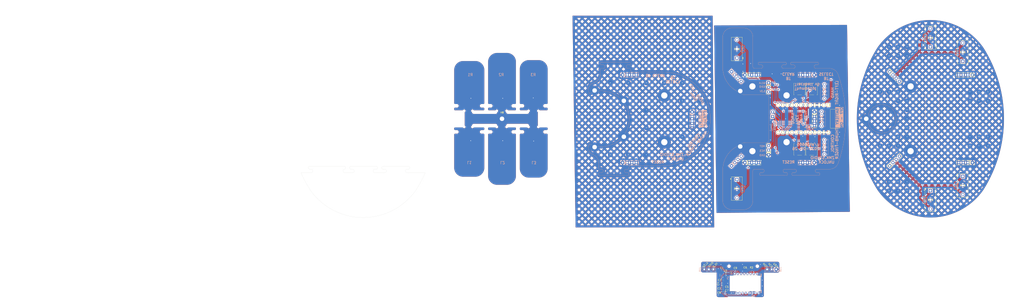
<source format=kicad_pcb>
(kicad_pcb (version 20241229) (generator "pcbnew") (generator_version "9.0")
  (layers (0 "F.Cu" signal) (2 "B.Cu" signal) (13 "F.Paste" user) (15 "B.Paste" user) (5 "F.SilkS" user "F.Silkscreen") (7 "B.SilkS" user "B.Silkscreen") (1 "F.Mask" user) (3 "B.Mask" user) (25 "Edge.Cuts" user))
  (net 0 "")
  (net 1 "GND")
  (net 2 "+3V3")
  (net 3 "NCS")
  (net 4 "SCLK")
  (net 5 "MOTION")
  (net 6 "GND_S")
  (net 7 "Net-(U4-VCP)")
  (net 8 "+1V8")
  (net 9 "+3.3VA")
  (net 10 "Button4")
  (net 11 "Button5")
  (net 12 "GNDA")
  (net 13 "Button3")
  (net 14 "Button2")
  (net 15 "Button1")
  (net 16 "Net-(U4-CP)")
  (net 17 "Net-(U4-CN)")
  (net 18 "Net-(U4-+VCSEL)")
  (net 21 "GND_T")
  (net 22 "Net-(J10-Pin_2)")
  (net 23 "Net-(J10-Pin_3)")
  (net 26 "Net-(J1-Pin_2)")
  (net 28 "MOTION_S")
  (net 29 "Net-(U4-NRESET)")
  (net 30 "Net-(J13-Pin_2)")
  (net 31 "Net-(J13-Pin_3)")
  (net 32 "Net-(J1-Pin_1)")
  (net 33 "Button6")
  (net 34 "RST")
  (net 35 "SDIO")
  (net 37 "SDIO_S")
  (net 38 "SCLK_S")
  (net 40 "Net-(U4--VCSEL)")
  (net 41 "NCS_S")
  (net 46 "BTReset")
  (net 47 "BTSelect")
  (net 51 "Unlock")
  (net 52 "Orientation")
  (net 55 "Handiness")
  (net 56 "Net-(JP1-A)")
  (net 57 "Net-(JP1-B)")
  (net 58 "Net-(JP2-A)")
  (net 59 "Net-(JP2-B)")
  (net 60 "Net-(JP3-A)")
  (net 61 "Net-(JP3-B)")
  (net 62 "Net-(JP4-A)")
  (net 63 "Net-(JP4-B)")
  (net 64 "Net-(JP5-B)")
  (net 65 "Net-(JP5-A)")
  (net 66 "Net-(JP6-A)")
  (net 67 "Net-(JP6-B)")
  (net 68 "GND_F")
  (footprint "footprints:SW_D2FC_OMR" (layer "F.Cu") (at 112.747 115.382)
    (property "Reference" "MX4")
    (property "Value" "SW_SPDT")
  )
  (footprint "Connector_PinSocket_2.54mm:PinSocket_1x04_P2.54mm_Vertical" (layer "F.Cu") (at 117.208 57.216 90)
    (property "Reference" "J11")
    (property "Value" "Conn_01x04_Female")
  )
  (footprint "Connector_PinSocket_2.54mm:PinSocket_1x04_P2.54mm_Vertical" (layer "F.Cu") (at 117.208 105.984 90)
    (property "Reference" "J14")
    (property "Value" "Conn_01x04_Female" (hide yes))
  )
  (footprint "Connector_PinSocket_2.54mm:PinSocket_1x04_P2.54mm_Vertical" (layer "F.Cu") (at 155.901 77.79)
    (property "Reference" "J17")
    (property "Value" "Conn_01x04_Female")
  )
  (footprint "footprints:SW_D2FC_OMR" (layer "F.Cu") (at 220.4 41.6 180)
    (property "Reference" "MX2")
    (property "Value" "SW_SPDT")
  )
  (footprint "footprints:SW_D2FC_OMR" (layer "F.Cu") (at 238.4 49.6 180)
    (property "Reference" "MX3")
    (property "Value" "SW_SPDT")
  )
  (footprint "Connector_PinSocket_2.54mm:PinSocket_1x04_P2.54mm_Vertical" (layer "F.Cu") (at 243.768 57.216 -90)
    (property "Reference" "J12")
    (property "Value" "Conn_01x04_Female")
  )
  (footprint "Connector_PinSocket_2.54mm:PinSocket_1x04_P2.54mm_Vertical" (layer "F.Cu") (at 243.768 105.984 -90)
    (property "Reference" "J15")
    (property "Value" "Conn_01x04_Female")
  )
  (footprint "Capacitor_SMD:C_0402_1005Metric" (layer "F.Cu") (at 118.9 165.12 90)
    (property "Reference" "C6")
    (property "Value" "100nF")
  )
  (footprint "Capacitor_SMD:C_0402_1005Metric" (layer "F.Cu") (at 105.13 178.1)
    (property "Reference" "C8")
    (property "Value" "100nF")
  )
  (footprint "Connector_PinSocket_2.54mm:PinSocket_1x04_P2.54mm_Vertical" (layer "F.Cu") (at 197.773949 55.423949 45)
    (property "Reference" "J10")
    (property "Value" "Female")
  )
  (footprint "MountingHole:MountingHole_3.5mm_Pad" (layer "F.Cu") (at 121.4 63.6)
    (property "Reference" "H13")
    (property "Value" "MountingHole_Pad")
  )
  (footprint "MountingHole:MountingHole_2.5mm_Pad" (layer "F.Cu") (at 33.65 65.85)
    (property "Reference" "H6")
    (property "Value" "MountingHole_Pad")
  )
  (footprint "Connector_PinSocket_2.54mm:PinSocket_1x04_P2.54mm_Vertical" (layer "F.Cu") (at 197.773949 107.786051 135)
    (property "Reference" "J13")
    (property "Value" "Female")
  )
  (footprint "MountingHole:MountingHole_3.5mm_Pad" (layer "F.Cu") (at 72.4 68.64)
    (property "Reference" "H16")
    (property "Value" "MountingHole_Pad")
  )
  (footprint "Capacitor_SMD:C_0402_1005Metric" (layer "F.Cu") (at 105.4 171.35 180)
    (property "Reference" "C2")
    (property "Value" "1u")
  )
  (footprint "MountingHole:MountingHole_3.5mm_Pad" (layer "F.Cu") (at 209.4 63.6)
    (property "Reference" "H10")
    (property "Value" "MountingHole_Pad")
  )
  (footprint "Button_Switch_SMD:SW_Push_1P1T_NO_CK_KSC6xxJ" (layer "F.Cu") (at 154.4 65.125 90)
    (property "Reference" "BT_SELECT1" (hide yes))
    (property "Value" "SW_Push_Dual")
  )
  (footprint "Connector_PinSocket_2.54mm:PinSocket_1x03_P2.54mm_Vertical" (layer "F.Cu") (at 130.4 101.6 180)
    (property "Reference" "J20")
    (property "Value" "Conn_01x03_Socket")
  )
  (footprint "footprints:SW_D2FC_OMR" (layer "F.Cu") (at 220.4 121.6)
    (property "Reference" "MX5")
    (property "Value" "SW_SPDT")
  )
  (footprint "promicro:ProMicro" (layer "F.Cu") (at 149.69 81.58 180)
    (property "Reference" "U1" (hide yes))
    (property "Value" "ProMicro")
  )
  (footprint "MountingHole:MountingHole_2.5mm_Pad" (layer "F.Cu") (at 114.66 66.16)
    (property "Reference" "H4")
    (property "Value" "MountingHole_Pad")
  )
  (footprint "Button_Switch_SMD:SW_Push_1P1T_NO_CK_KSC6xxJ" (layer "F.Cu") (at 147.65 98.575 -90)
    (property "Reference" "RESET1" (hide yes))
    (property "Value" "SW_Push_Dual")
  )
  (footprint "MountingHole:MountingHole_2.5mm_Pad" (layer "F.Cu") (at 184.7 81.6)
    (property "Reference" "H1" (hide yes))
    (property "Value" "MountingHole_Pad")
  )
  (footprint "Connector_PinSocket_2.54mm:PinSocket_1x03_P2.54mm_Vertical" (layer "F.Cu") (at 130.4 61.6)
    (property "Reference" "J21")
    (property "Value" "Conn_01x03_Socket")
  )
  (footprint "MountingHole:MountingHole_3.5mm_Pad" (layer "F.Cu") (at 140.4 68.6)
    (property "Reference" "H12")
    (property "Value" "MountingHole_Pad")
  )
  (footprint "Button_Switch_SMD:SW_Push_1P1T_NO_CK_KSC6xxJ" (layer "F.Cu") (at 147.65 65.125 -90)
    (property "Reference" "BT_RESET1" (hide yes))
    (property "Value" "SW_Push_Dual")
  )
  (footprint "MountingHole:MountingHole_3.5mm_Pad" (layer "F.Cu") (at 72.4 94.6)
    (property "Reference" "H17")
    (property "Value" "MountingHole_Pad")
  )
  (footprint "Capacitor_SMD:C_0402_1005Metric" (layer "F.Cu") (at 104.28 165.8)
    (property "Reference" "C1")
    (property "Value" "0.1u")
  )
  (footprint "Capacitor_SMD:C_0402_1005Metric" (layer "F.Cu") (at 105.13 175.1 180)
    (property "Reference" "C5")
    (property "Value" "100nF")
  )
  (footprint "footprints:SW_D2FC_OMR" (layer "F.Cu") (at 238.4 113.6)
    (property "Reference" "MX6")
    (property "Value" "SW_SPDT")
  )
  (footprint "Package_TO_SOT_SMD:SOT-23-5" (layer "F.Cu") (at 104.922 168.6125 -90)
    (property "Reference" "U3")
    (property "Value" "TCR2EF19")
  )
  (footprint "MountingHole:MountingHole_2.5mm_Pad" (layer "F.Cu") (at 114.64 97.02)
    (property "Reference" "H5")
    (property "Value" "MountingHole_Pad")
  )
  (footprint "Capacitor_SMD:C_0402_1005Metric" (layer "F.Cu") (at 111.92 165.85)
    (property "Reference" "C9")
    (property "Value" "10nF")
  )
  (footprint "MountingHole:MountingHole_2.5mm_Pad" (layer "F.Cu") (at 49.9 91.6)
    (property "Reference" "H3")
    (property "Value" "MountingHole_Pad")
  )
  (footprint "MountingHole:MountingHole_2.5mm_Pad" (layer "F.Cu") (at 33.65 97.35)
    (property "Reference" "H7")
    (property "Value" "MountingHole_Pad")
  )
  (footprint "MountingHole:MountingHole_3.5mm_Pad" (layer "F.Cu") (at 140.4 94.6)
    (property "Reference" "H14")
    (property "Value" "MountingHole_Pad")
  )
  (footprint "MountingHole:MountingHole_2.5mm_Pad" (layer "F.Cu") (at 49.9 71.6)
    (property "Reference" "H2")
    (property "Value" "MountingHole_Pad")
  )
  (footprint "Button_Switch_SMD:SW_Push_1P1T_NO_CK_KSC6xxJ" (layer "F.Cu") (at 154.4 98.575 90)
    (property "Reference" "STUDIO_UNLOCK1" (hide yes))
    (property "Value" "SW_Push_Dual")
  )
  (footprint "Resistor_SMD:R_0603_1608Metric" (layer "F.Cu") (at 121.225 165.6)
    (property "Reference" "R3")
    (property "Value" "10k")
  )
  (footprint "MountingHole:MountingHole_3.5mm_Pad" (layer "F.Cu") (at 209.4 99.6)
    (property "Reference" "H15")
    (property "Value" "MountingHole_Pad")
  )
  (footprint "MountingHole:MountingHole_2.5mm_Pad" (layer "F.Cu") (at -17.86 81.6)
    (property "Reference" "H8")
    (property "Value" "MountingHole_Pad")
  )
  (footprint "footprints:SW_D2FC_OMR" (layer "F.Cu") (at 112.747 47.85 180)
    (property "Reference" "MX1")
    (property "Value" "SW_SPDT")
  )
  (footprint "Capacitor_SMD:C_0402_1005Metric" (layer "F.Cu") (at 105.13 176.1 180)
    (property "Reference" "C3")
    (property "Value" "10uF")
  )
  (footprint "MountingHole:MountingHole_3.5mm_Pad" (layer "F.Cu") (at 121.4 99.6)
    (property "Reference" "H11")
    (property "Value" "MountingHole_Pad")
  )
  (footprint "Capacitor_SMD:C_0805_2012Metric" (layer "F.Cu") (at 104.65 173.6 180)
    (property "Reference" "C4")
    (property "Value" "3.3uF/16V")
  )
  (footprint "Capacitor_SMD:C_0402_1005Metric" (layer "F.Cu") (at 105.13 177.1 180)
    (property "Reference" "C7")
    (property "Value" "10nF")
  )
  (footprint "Connector_PinHeader_2.54mm:PinHeader_1x04_P2.54mm_Vertical" (layer "B.Cu") (at 155.768 105.984 90)
    (property "Reference" "J5")
    (property "Value" "Conn_01x04_Male")
  )
  (footprint "Connector_PinHeader_2.54mm:PinHeader_1x04_P2.54mm_Vertical" (layer "B.Cu") (at 155.768 57.216 90)
    (property "Reference" "J4")
    (property "Value" "Conn_01x04_Male")
  )
  (footprint "Connector_PinHeader_2.54mm:PinHeader_1x04_P2.54mm_Vertical" (layer "B.Cu") (at 87.876 77.79 180)
    (property "Reference" "J9")
    (property "Value" "Conn_01x04_Male")
  )
  (footprint "Connector_PinHeader_2.54mm:PinHeader_1x04_P2.54mm_Vertical" (layer "B.Cu") (at 49.208 105.984 -90)
    (property "Reference" "J8")
    (property "Value" "Conn_01x04_Male")
  )
  (footprint "Connector_PinHeader_2.54mm:PinHeader_1x04_P2.54mm_Vertical" (layer "B.Cu") (at 49.208 57.216 -90)
    (property "Reference" "J7")
    (property "Value" "Conn_01x04_Male")
  )
  (footprint "Connector_PinHeader_2.54mm:PinHeader_1x04_P2.54mm_Vertical" (layer "B.Cu") (at 109.773949 107.786051 -45)
    (property "Reference" "J3")
    (property "Value" "Male")
  )
  (footprint "Jumper:SolderJumper-3_P1.3mm_Open_RoundedPad1.0x1.5mm" (layer "B.Cu") (at 217.15 126.68 -90)
    (property "Reference" "JP5")
    (property "Value" "SolderJumper_3_Open" (hide yes))
  )
  (footprint "KiCad:18252321" (layer "B.Cu") (at 159.9 83.6 90)
    (property "Reference" "SW1")
    (property "Value" "SW_SPDT" (hide yes))
  )
  (footprint "Jumper:SolderJumper-3_P1.3mm_Open_RoundedPad1.0x1.5mm" (layer "B.Cu") (at 217.435 36.52 90)
    (property "Reference" "JP2")
    (property "Value" "SolderJumper_3_Open" (hide yes))
  )
  (footprint "Connector_PinHeader_2.54mm:PinHeader_1x04_P2.54mm_Vertical" (layer "B.Cu") (at 109.78 55.42 -135)
    (property "Reference" "J2")
    (property "Value" "Male")
  )
  (footprint "Jumper:SolderJumper-3_P1.3mm_Open_RoundedPad1.0x1.5mm" (layer "B.Cu") (at 116.185 42.77 90)
    (property "Reference" "JP1")
    (property "Value" "SolderJumper_3_Open" (hide yes))
  )
  (footprint "Jumper:SolderJumper-3_P1.3mm_Open_RoundedPad1.0x1.5mm" (layer "B.Cu") (at 115.9 120.55 -90)
    (property "Reference" "JP4")
    (property "Value" "SolderJumper_3_Open" (hide yes))
  )
  (footprint "KiCad:18252321" (layer "B.Cu") (at 161.4 68.35 90)
    (property "Reference" "SW3")
    (property "Value" "SW_SPDT" (hide yes))
  )
  (footprint "Jumper:SolderJumper-3_P1.3mm_Open_RoundedPad1.0x1.5mm" (layer "B.Cu") (at 234.69 118.68 -90)
    (property "Reference" "JP6")
    (property "Value" "SolderJumper_3_Open" (hide yes))
  )
  (footprint "pmw3610_pcb:PMW3610DM-SUDU 16Pin" (layer "B.Cu") (at 117.7 173.15 180)
    (property "Reference" "U4")
    (property "Value" "PMW3610" (hide yes))
    (fp_rect (start -8.252 4.35) (end 8.948 -4.35) (stroke (width 0.1)) (fill no) (layer "Edge.Cuts"))
  )
  (footprint "Connector_PinHeader_2.54mm:PinHeader_1x03_P2.54mm_Vertical" (layer "B.Cu") (at 94.65 165.35 -90)
    (property "Reference" "J19")
    (property "Value" "Conn_01x03_Pin")
  )
  (footprint "Connector_PinHeader_2.54mm:PinHeader_1x02_P2.54mm_Vertical" (layer "B.Cu") (at 132.65 80.35)
    (property "Reference" "J1")
    (property "Value" "Battery")
  )
  (footprint "Connector_PinHeader_2.54mm:PinHeader_1x03_P2.54mm_Vertical" (layer "B.Cu") (at 134.65 165.35 90)
    (property "Reference" "J18")
    (property "Value" "Conn_01x03_Pin")
  )
  (footprint "KiCad:18252321" (layer "B.Cu") (at 161.4 99.35 90)
    (property "Reference" "SW2")
    (property "Value" "SW_SPDT" (hide yes))
  )
  (footprint "Jumper:SolderJumper-3_P1.3mm_Open_RoundedPad1.0x1.5mm" (layer "B.Cu") (at 235.5 44.52 90)
    (property "Reference" "JP3")
    (property "Value" "SolderJumper_3_Open")
  )
  (gr_rect (start 164.775 76.35) (end 170.025 86.85) (stroke (width 0.12)) (fill no) (layer "F.SilkS"))
  (gr_rect (start 217.65 68.1) (end 225.4 96.35) (stroke (width 0.12)) (fill no) (layer "B.SilkS"))
  (gr_line (start 109.9 132.1) (end 116.675 132.1) (stroke (width 0.05)) (layer "Edge.Cuts"))
  (gr_line (start 104.900002 110.171468) (end 104.9 127.1) (stroke (width 0.05)) (layer "Edge.Cuts"))
  (gr_arc (start 249.817534 41.969819) (mid 261.335741 81.522948) (end 249.9 121.099998) (stroke (width 0.05)) (layer "Edge.Cuts"))
  (gr_arc (start 190.987088 41.972755) (mid 220.400109 26.675042) (end 249.813037 41.972934) (stroke (width 0.05)) (layer "Edge.Cuts"))
  (gr_arc (start 72 55.6) (mid 98 81.6) (end 72 107.6) (stroke (width 0.05)) (layer "Edge.Cuts"))
  (gr_arc (start 190.9703 121.200793) (mid 179.469695 81.584335) (end 190.987087 41.972755) (stroke (width 0.05)) (layer "Edge.Cuts"))
  (gr_line (start 53.716588 107.591589) (end 72 107.6) (stroke (width 0.05)) (layer "Edge.Cuts"))
  (gr_arc (start 249.9 121.1) (mid 220.461443 136.523477) (end 190.970298 121.200793) (stroke (width 0.05)) (layer "Edge.Cuts"))
  (gr_line (start 144.174999 51.599898) (end 143.174999 51.599898) (stroke (width 0.05)) (layer "Edge.Cuts"))
  (gr_line (start 122.681712 53.6) (end 126.224999 53.599898) (stroke (width 0.05)) (layer "Edge.Cuts"))
  (gr_line (start 7.536092 90.4) (end 7.536092 91.325102) (stroke (width 0.05)) (layer "Edge.Cuts"))
  (gr_arc (start -2.823907 85.4) (mid -2.574453 86.649454) (end -3.823907 86.4) (stroke (width 0.05)) (layer "Edge.Cuts"))
  (gr_arc (start 169.099941 106.315977) (mid 167.268943 108.697561) (end 164.403621 109.6) (stroke (width 0.05)) (layer "Edge.Cuts"))
  (gr_arc (start 126.224999 51.599898) (mid 127.224999 52.599898) (end 126.224999 53.599898) (stroke (width 0.05)) (layer "Edge.Cuts"))
  (gr_arc (start 143.879017 113.1) (mid 143.525465 112.953553) (end 143.379017 112.6) (stroke (width 0.05)) (layer "Edge.Cuts"))
  (gr_line (start -124.02098 111.6) (end -129.669889 111.6) (stroke (width 0.05)) (layer "Edge.Cuts"))
  (gr_arc (start 121.675 110.6) (mid 121.967893 109.892893) (end 122.675 109.6) (stroke (width 0.05)) (layer "Edge.Cuts"))
  (gr_line (start 156.675 51.599898) (end 157.675 51.599898) (stroke (width 0.05)) (layer "Edge.Cuts"))
  (gr_line (start 53.175 50.1) (end 37.4 50.1) (stroke (width 0.05)) (layer "Edge.Cuts"))
  (gr_arc (start -10.1 113.32842) (mid -11.565025 116.864512) (end -15.10158 118.32842) (stroke (width 0.05)) (layer "Edge.Cuts"))
  (gr_line (start -25.600001 90.4) (end -25.6 91.325102) (stroke (width 0.05)) (layer "Edge.Cuts"))
  (gr_line (start 35.941588 109.091589) (end 35.941588 106.14687) (stroke (width 0.05)) (layer "Edge.Cuts"))
  (gr_line (start 139.429018 111.6) (end 140.429018 111.6) (stroke (width 0.05)) (layer "Edge.Cuts"))
  (gr_line (start -29.185 75.4) (end -28.185 75.4) (stroke (width 0.05)) (layer "Edge.Cuts"))
  (gr_arc (start -38.6 85.4) (mid -38.35 86.65) (end -39.6 86.4) (stroke (width 0.05)) (layer "Edge.Cuts"))
  (gr_line (start -25.100001 89.9) (end -24.100001 89.9) (stroke (width 0.05)) (layer "Edge.Cuts"))
  (gr_line (start -125.05 108.1) (end -105.4 108.1) (stroke (width 0.05)) (layer "Edge.Cuts"))
  (gr_line (start -25.600001 86.9) (end -25.600001 87.399999) (stroke (width 0.05)) (layer "Edge.Cuts"))
  (gr_line (start -10.6 89.9) (end -11.6 89.9) (stroke (width 0.05)) (layer "Edge.Cuts"))
  (gr_line (start 93.857107 161.1) (end 135.4 161.1) (stroke (width 0.05)) (layer "Edge.Cuts"))
  (gr_arc (start -101.070983 109.6) (mid -100.070983 110.6) (end -101.070983 111.6) (stroke (width 0.05)) (layer "Edge.Cuts"))
  (gr_line (start 72 55.6) (end 54.675 55.6) (stroke (width 0.05)) (layer "Edge.Cuts"))
  (gr_line (start 127.8 167.2) (end 127.792203 179.791466) (stroke (width 0.05)) (layer "Edge.Cuts"))
  (gr_line (start 101.5 167.1) (end 101.500006 179.8) (stroke (width 0.05)) (layer "Edge.Cuts"))
  (gr_line (start -10.1 90.4) (end -10.1 91.325102) (stroke (width 0.05)) (layer "Edge.Cuts"))
  (gr_arc (start 38.4 51.6) (mid 39.4 52.6) (end 38.4 53.6) (stroke (width 0.05)) (layer "Edge.Cuts"))
  (gr_arc (start 125.429017 112.1) (mid 125.575464 111.746447) (end 125.929017 111.6) (stroke (width 0.05)) (layer "Edge.Cuts"))
  (gr_arc (start -25.100001 87.9) (mid -25.453554 87.753553) (end -25.600001 87.4) (stroke (width 0.05)) (layer "Edge.Cuts"))
  (gr_line (start 169.269998 105.850001) (end 169.227464 105.96697) (stroke (width 0.05)) (layer "Edge.Cuts"))
  (gr_arc (start 125.224999 51.599898) (mid 124.871446 51.453451) (end 124.724999 51.099898) (stroke (width 0.05)) (layer "Edge.Cuts"))
  (gr_arc (start -24.100001 73.4) (mid -23.100001 74.4) (end -24.100001 75.4) (stroke (width 0.05)) (layer "Edge.Cuts"))
  (gr_arc (start -6.463909 73.4) (mid -5.463909 74.4) (end -6.463909 75.4) (stroke (width 0.05)) (layer "Edge.Cuts"))
  (gr_arc (start -43.96 73.4) (mid -44.313553 73.253553) (end -44.46 72.9) (stroke (width 0.05)) (layer "Edge.Cuts"))
  (gr_line (start 7.536092 109.32842) (end 7.536092 91.325102) (stroke (width 0.05)) (layer "Edge.Cuts"))
  (gr_line (start 52.716588 109.091589) (end 52.716588 108.591589) (stroke (width 0.05)) (layer "Edge.Cuts"))
  (gr_arc (start 157.675 50.099898) (mid 158.028553 50.246345) (end 158.175 50.599898) (stroke (width 0.05)) (layer "Edge.Cuts"))
  (gr_arc (start -25.6 49.973318) (mid -24.136092 46.438343) (end -20.60158 44.973318) (stroke (width 0.05)) (layer "Edge.Cuts"))
  (gr_arc (start 37.441588 109.591589) (mid 38.441588 110.591589) (end 37.441588 111.591589) (stroke (width 0.05)) (layer "Edge.Cuts"))
  (gr_line (start -7.963909 90.4) (end -7.963908 91.325102) (stroke (width 0.05)) (layer "Edge.Cuts"))
  (gr_arc (start 30.8 67.6) (mid 52.877726 81.6) (end 30.8 95.6) (stroke (width 0.05)) (layer "Edge.Cuts"))
  (gr_line (start -84.65 108.6) (end -84.65 109.1) (stroke (width 0.05)) (layer "Edge.Cuts"))
  (gr_line (start 36.9 55.6) (end 36.9 56.62972) (stroke (width 0.05)) (layer "Edge.Cuts"))
  (gr_line (start -11.6 75.4) (end -10.6 75.4) (stroke (width 0.05)) (layer "Edge.Cuts"))
  (gr_arc (start 126.929017 109.6) (mid 127.929017 110.6) (end 126.929017 111.6) (stroke (width 0.05)) (layer "Edge.Cuts"))
  (gr_line (start -2.965488 114.326682) (end 2.534512 114.32842) (stroke (width 0.05)) (layer "Edge.Cuts"))
  (gr_arc (start -27.685 72.9) (mid -27.831447 73.253553) (end -28.185 73.4) (stroke (width 0.05)) (layer "Edge.Cuts"))
  (gr_arc (start 143.379017 112.1) (mid 143.525463 111.746446) (end 143.879017 111.6) (stroke (width 0.05)) (layer "Edge.Cuts"))
  (gr_line (start -83.120981 111.6) (end -88.570979 111.6) (stroke (width 0.05)) (layer "Edge.Cuts"))
  (gr_line (start -7.963909 86.9) (end -7.963909 87.4) (stroke (width 0.05)) (layer "Edge.Cuts"))
  (gr_line (start 109.9 31.1) (end 116.675 31.1) (stroke (width 0.05)) (layer "Edge.Cuts"))
  (gr_line (start -7.463909 73.4) (end -6.463909 73.4) (stroke (width 0.05)) (layer "Edge.Cuts"))
  (gr_line (start -25.6 113.326681) (end -25.6 91.325102) (stroke (width 0.05)) (layer "Edge.Cuts"))
  (gr_line (start -88.570982 109.6) (end -87.599999 109.6) (stroke (width 0.05)) (layer "Edge.Cuts"))
  (gr_line (start 101.499944 167.1) (end 93.857107 167.1) (stroke (width 0.05)) (layer "Edge.Cuts"))
  (gr_line (start -43.96 89.9) (end -42.96 89.9) (stroke (width 0.05)) (layer "Edge.Cuts"))
  (gr_line (start 36.9 54.1) (end 36.9 55.6) (stroke (width 0.05)) (layer "Edge.Cuts"))
  (gr_arc (start 35.941588 112.091589) (mid 36.088034 111.738032) (end 36.441588 111.591589) (stroke (width 0.05)) (layer "Edge.Cuts"))
  (gr_line (start -28.184999 86.400001) (end -33.559999 86.4) (stroke (width 0.05)) (layer "Edge.Cuts"))
  (gr_line (start 144.879017 111.6) (end 143.879017 111.6) (stroke (width 0.05)) (layer "Edge.Cuts"))
  (gr_line (start 35.941588 112.591589) (end 35.941588 112.091589) (stroke (width 0.05)) (layer "Edge.Cuts"))
  (gr_arc (start 36.9 56.62972) (mid 36.084446 59.366582) (end 33.903835 61.21062) (stroke (width 0.05)) (layer "Edge.Cuts"))
  (gr_arc (start -20.459999 85.4) (mid -20.192499 86.6675) (end -21.459999 86.4) (stroke (width 0.05)) (layer "Edge.Cuts"))
  (gr_line (start -87.099999 108.6) (end -87.099999 109.099999) (stroke (width 0.05)) (layer "Edge.Cuts"))
  (gr_arc (start -21.46 76.9) (mid -20.205 76.645) (end -20.46 77.9) (stroke (width 0.05)) (layer "Edge.Cuts"))
  (gr_arc (start -25.100001 76.9) (mid -25.453554 76.753553) (end -25.600001 76.4) (stroke (width 0.05)) (layer "Edge.Cuts"))
  (gr_arc (start -125.05 109.6) (mid -125.403554 109.453554) (end -125.55 109.1) (stroke (width 0.05)) (layer "Edge.Cuts"))
  (gr_line (start 126.929017 111.6) (end 125.929017 111.6) (stroke (width 0.05)) (layer "Edge.Cuts"))
  (gr_line (start -33.56 78.9) (end -21.46 78.9) (stroke (width 0.05)) (layer "Edge.Cuts"))
  (gr_arc (start 104.9 36.1) (mid 106.364466 32.564466) (end 109.9 31.1) (stroke (width 0.05)) (layer "Edge.Cuts"))
  (gr_arc (start -70.620982 111.6) (mid -71.620981 110.6) (end -70.620982 109.6) (stroke (width 0.05)) (layer "Edge.Cuts"))
  (gr_arc (start 92.857107 162.1) (mid 93.150001 161.392896) (end 93.857107 161.1) (stroke (width 0.05)) (layer "Edge.Cuts"))
  (gr_arc (start 53.675 51.1) (mid 53.528553 51.453553) (end 53.175 51.6) (stroke (width 0.05)) (layer "Edge.Cuts"))
  (gr_arc (start -29.185 75.4) (mid -30.185 74.4) (end -29.185 73.4) (stroke (width 0.05)) (layer "Edge.Cuts"))
  (gr_line (start 52.716588 112.591589) (end 52.716588 112.091589) (stroke (width 0.05)) (layer "Edge.Cuts"))
  (gr_line (start 104.9 53.028465) (end 104.9 36.1) (stroke (width 0.05)) (layer "Edge.Cuts"))
  (gr_line (start 127.8 167.2) (end 135.392893 167.2) (stroke (width 0.05)) (layer "Edge.Cuts"))
  (gr_arc (start -15.10158 44.97158) (mid -11.565025 46.435487) (end -10.1 49.97158) (stroke (width 0.05)) (layer "Edge.Cuts"))
  (gr_line (start -21.459999 86.4) (end -25.099999 86.4) (stroke (width 0.05)) (layer "Edge.Cuts"))
  (gr_arc (start -7.963909 86.9) (mid -7.817462 86.546447) (end -7.463909 86.4) (stroke (width 0.05)) (layer "Edge.Cuts"))
  (gr_line (start 138.725 51.599898) (end 139.725 51.599898) (stroke (width 0.05)) (layer "Edge.Cuts"))
  (gr_arc (start 7.536092 76.4) (mid 7.389645 76.753553) (end 7.036092 76.9) (stroke (width 0.05)) (layer "Edge.Cuts"))
  (gr_line (start 7.536092 86.9) (end 7.536092 87.4) (stroke (width 0.05)) (layer "Edge.Cuts"))
  (gr_arc (start 36.441588 109.591589) (mid 36.088038 109.44514) (end 35.941588 109.091589) (stroke (width 0.05)) (layer "Edge.Cuts"))
  (gr_arc (start -124.020983 109.6) (mid -123.02098 110.6) (end -124.020983 111.6) (stroke (width 0.05)) (layer "Edge.Cuts"))
  (gr_arc (start -44.46 86.9) (mid -44.313553 86.546447) (end -43.96 86.4) (stroke (width 0.05)) (layer "Edge.Cuts"))
  (gr_arc (start -33.559999 86.4) (mid -34.83 86.670001) (end -34.559999 85.4) (stroke (width 0.05)) (layer "Edge.Cuts"))
  (gr_arc (start -125.55 108.6) (mid -125.403553 108.246447) (end -125.05 108.1) (stroke (width 0.05)) (layer "Edge.Cuts"))
  (gr_line (start 129.4 94.85) (end 117.651845 94.849999) (stroke (width 0.05)) (layer "Edge.Cuts"))
  (gr_line (start -125.55 108.6) (end -125.55 109.1) (stroke (width 0.05)) (layer "Edge.Cuts"))
  (gr_line (start 37.4 53.6) (end 38.4 53.6) (stroke (width 0.05)) (layer "Edge.Cuts"))
  (gr_arc (start -28.185 89.9) (mid -27.831447 90.046447) (end -27.685 90.4) (stroke (width 0.05)) (layer "Edge.Cuts"))
  (gr_arc (start 7.536092 109.32842) (mid 6.071067 112.864512) (end 2.534512 114.32842) (stroke (width 0.05)) (layer "Edge.Cuts"))
  (gr_line (start 169.148425 57.183137) (end 169.010678 56.821259) (stroke (width 0.05)) (layer "Edge.Cuts"))
  (gr_line (start -10.6 86.4) (end -14.559999 86.4) (stroke (width 0.05)) (layer "Edge.Cuts"))
  (gr_line (start -21.46 76.9) (end -25.1 76.9) (stroke (width 0.05)) (layer "Edge.Cuts"))
  (gr_arc (start -124.5297 121.200793) (mid -127.276817 116.495172) (end -129.669891 111.6) (stroke (width 0.05)) (layer "Edge.Cuts"))
  (gr_arc (start -42.96 87.9) (mid -41.96 88.9) (end -42.96 89.9) (stroke (width 0.05)) (layer "Edge.Cuts"))
  (gr_line (start -20.60158 44.973318) (end -15.10158 44.97158) (stroke (width 0.05)) (layer "Edge.Cuts"))
  (gr_arc (start 143.174999 51.599898) (mid 142.821446 51.453451) (end 142.674999 51.099898) (stroke (width 0.05)) (layer "Edge.Cuts"))
  (gr_arc (start 52.716588 112.591589) (mid 52.570145 112.945138) (end 52.216588 113.091589) (stroke (width 0.05)) (layer "Edge.Cuts"))
  (gr_arc (start 135.4 161.1) (mid 136.107107 161.392893) (end 136.4 162.1) (stroke (width 0.05)) (layer "Edge.Cuts"))
  (gr_line (start -28.185 89.9) (end -29.185 89.9) (stroke (width 0.05)) (layer "Edge.Cuts"))
  (gr_line (start 157.675 50.099898) (end 143.175001 50.099898) (stroke (width 0.05)) (layer "Edge.Cuts"))
  (gr_arc (start -105.299998 111.599999) (mid -106.301248 110.647562) (end -105.399999 109.599999) (stroke (width 0.05)) (layer "Edge.Cuts"))
  (gr_arc (start -3.823907 84.4) (mid -3.1168 84.692893) (end -2.823907 85.4) (stroke (width 0.05)) (layer "Edge.Cuts"))
  (gr_line (start -28.185 73.4) (end -29.185 73.4) (stroke (width 0.05)) (layer "Edge.Cuts"))
  (gr_arc (start -84.15 109.6) (mid -84.503554 109.453554) (end -84.65 109.1) (stroke (width 0.05)) (layer "Edge.Cuts"))
  (gr_line (start 164.403621 109.6) (end 157.379018 109.6) (stroke (width 0.05)) (layer "Edge.Cuts"))
  (gr_line (start -84.15 108.1) (end -69.650001 108.1) (stroke (width 0.05)) (layer "Edge.Cuts"))
  (gr_arc (start -28.185 86.4) (mid -27.831447 86.546447) (end -27.685 86.9) (stroke (width 0.05)) (layer "Edge.Cuts"))
  (gr_circle (center 124.15 163.6) (end 124.15 162.6) (stroke (width 0.05)) (fill no) (layer "Edge.Cuts"))
  (gr_arc (start -32.685 49.47) (mid -29.149466 50.934466) (end -27.685 54.47) (stroke (width 0.05)) (layer "Edge.Cuts"))
  (gr_arc (start -27.685 108.83) (mid -29.149466 112.365534) (end -32.685 113.83) (stroke (width 0.05)) (layer "Edge.Cuts"))
  (gr_line (start -14.56 78.9) (end -3.823908 78.9) (stroke (width 0.05)) (layer "Edge.Cuts"))
  (gr_line (start -28.185 76.899999) (end -33.56 76.9) (stroke (width 0.05)) (layer "Edge.Cuts"))
  (gr_arc (start -102.1 109.6) (mid -102.453554 109.453554) (end -102.6 109.1) (stroke (width 0.05)) (layer "Edge.Cuts"))
  (gr_line (start 138.725 53.599898) (end 144.174999 53.599898) (stroke (width 0.05)) (layer "Edge.Cuts"))
  (gr_line (start 7.036092 89.9) (end 6.036092 89.9) (stroke (width 0.05)) (layer "Edge.Cuts"))
  (gr_line (start -10.1 49.97158) (end -10.1 71.974898) (stroke (width 0.05)) (layer "Edge.Cuts"))
  (gr_line (start 53.175 53.6) (end 52.175 53.6) (stroke (width 0.05)) (layer "Edge.Cuts"))
  (gr_line (start 7.536092 53.97158) (end 7.536092 71.974898) (stroke (width 0.05)) (layer "Edge.Cuts"))
  (gr_line (start 121.681712 52.595102) (end 121.675 36.1) (stroke (width 0.05)) (layer "Edge.Cuts"))
  (gr_line (start -44.46 76.4) (end -44.46 75.9) (stroke (width 0.05)) (layer "Edge.Cuts"))
  (gr_line (start -27.685 71.4) (end -27.685 54.47) (stroke (width 0.05)) (layer "Edge.Cuts"))
  (gr_line (start -42.96 75.4) (end -43.96 75.4) (stroke (width 0.05)) (layer "Edge.Cuts"))
  (gr_line (start 124.724999 50.599898) (end 124.724999 51.099897) (stroke (width 0.05)) (layer "Edge.Cuts"))
  (gr_line (start 115.068348 67.630835) (end 112.154876 65.874206) (stroke (width 0.05)) (layer "Edge.Cuts"))
  (gr_line (start 158.379018 113.1) (end 143.879019 113.1) (stroke (width 0.05)) (layer "Edge.Cuts"))
  (gr_arc (start -87.099999 109.1) (mid -87.246445 109.453554) (end -87.599999 109.6) (stroke (width 0.05)) (layer "Edge.Cuts"))
  (gr_line (start -104.899999 108.604123) (end -104.899999 109.1) (stroke (width 0.05)) (layer "Edge.Cuts"))
  (gr_arc (start 52.716588 109.091589) (mid 52.570145 109.445138) (end 52.216588 109.591589) (stroke (width 0.05)) (layer "Edge.Cuts"))
  (gr_line (start -27.685 72.9) (end -27.685 71.4) (stroke (width 0.05)) (layer "Edge.Cuts"))
  (gr_arc (start 156.675 53.599898) (mid 155.675 52.599898) (end 156.675 51.599898) (stroke (width 0.05)) (layer "Edge.Cuts"))
  (gr_arc (start -42.96 73.4) (mid -41.96 74.4) (end -42.96 75.4) (stroke (width 0.05)) (layer "Edge.Cuts"))
  (gr_line (start -43.96 73.4) (end -42.96 73.4) (stroke (width 0.05)) (layer "Edge.Cuts"))
  (gr_arc (start -83.120983 109.6) (mid -82.120981 110.6) (end -83.120983 111.6) (stroke (width 0.05)) (layer "Edge.Cuts"))
  (gr_line (start -7.963908 109.326681) (end -7.963908 91.325102) (stroke (width 0.05)) (layer "Edge.Cuts"))
  (gr_arc (start 53.175 50.1) (mid 53.528553 50.246447) (end 53.675 50.6) (stroke (width 0.05)) (layer "Edge.Cuts"))
  (gr_line (start -38.6 77.9) (end -38.6 85.4) (stroke (width 0.05)) (layer "Edge.Cuts"))
  (gr_arc (start 158.879018 112.6) (mid 158.732571 112.953553) (end 158.379018 113.1) (stroke (width 0.05)) (layer "Edge.Cuts"))
  (gr_arc (start 36.9 54.1) (mid 37.046447 53.746447) (end 37.4 53.6) (stroke (width 0.05)) (layer "Edge.Cuts"))
  (gr_line (start -27.685 76.4) (end -27.685 75.9) (stroke (width 0.05)) (layer "Edge.Cuts"))
  (gr_arc (start 7.036092 86.4) (mid 7.389645 86.546447) (end 7.536092 86.9) (stroke (width 0.05)) (layer "Edge.Cuts"))
  (gr_arc (start 115.068348 95.569165) (mid 116.310986 95.033163) (end 117.651845 94.849999) (stroke (width 0.05)) (layer "Edge.Cuts"))
  (gr_arc (start 169.27 57.504106) (mid 173.329794 81.677054) (end 169.269999 105.850001) (stroke (width 0.05)) (layer "Edge.Cuts"))
  (gr_arc (start -28.185 75.4) (mid -27.831447 75.546447) (end -27.685 75.9) (stroke (width 0.05)) (layer "Edge.Cuts"))
  (gr_line (start -33.559999 84.4) (end -21.459999 84.4) (stroke (width 0.05)) (layer "Edge.Cuts"))
  (gr_line (start 140.429018 113.1) (end 125.929019 113.1) (stroke (width 0.05)) (layer "Edge.Cuts"))
  (gr_arc (start 52.716588 108.591589) (mid 53.009485 107.884478) (end 53.716588 107.591589) (stroke (width 0.05)) (layer "Edge.Cuts"))
  (gr_line (start 186.1 78.5) (end 186.1 84.7) (stroke (width 0.05)) (layer "Edge.Cuts"))
  (gr_arc (start -27.685 87.4) (mid -27.831447 87.753553) (end -28.185 87.9) (stroke (width 0.05)) (layer "Edge.Cuts"))
  (gr_line (start 143.379017 112.6) (end 143.379017 112.100001) (stroke (width 0.05)) (layer "Edge.Cuts"))
  (gr_line (start 7.536092 72.9) (end 7.536092 71.974898) (stroke (width 0.05)) (layer "Edge.Cuts"))
  (gr_arc (start -10.1 72.9) (mid -10.246447 73.253553) (end -10.6 73.4) (stroke (width 0.05)) (layer "Edge.Cuts"))
  (gr_line (start -7.463909 89.9) (end -6.463909 89.9) (stroke (width 0.05)) (layer "Edge.Cuts"))
  (gr_arc (start 122.681712 53.6) (mid 121.974605 53.307107) (end 121.681712 52.6) (stroke (width 0.05)) (layer "Edge.Cuts"))
  (gr_arc (start -39.46 113.83) (mid -42.995534 112.365534) (end -44.46 108.83) (stroke (width 0.05)) (layer "Edge.Cuts"))
  (gr_line (start -70.620982 109.6) (end -69.649999 109.6) (stroke (width 0.05)) (layer "Edge.Cuts"))
  (gr_arc (start -39.6 76.9) (mid -38.3375 76.6375) (end -38.6 77.9) (stroke (width 0.05)) (layer "Edge.Cuts"))
  (gr_arc (start 109.9 132.1) (mid 106.364466 130.635534) (end 104.9 127.1) (stroke (width 0.05)) (layer "Edge.Cuts"))
  (gr_line (start 53.675 54.1) (end 53.675 54.6) (stroke (width 0.05)) (layer "Edge.Cuts"))
  (gr_arc (start 2.534512 48.97158) (mid 6.071067 50.435487) (end 7.536092 53.97158) (stroke (width 0.05)) (layer "Edge.Cuts"))
  (gr_line (start 32.942685 61.632851) (end 32.895105 61.650079) (stroke (width 0.05)) (layer "Edge.Cuts"))
  (gr_line (start -10.1 76.4) (end -10.1 75.9) (stroke (width 0.05)) (layer "Edge.Cuts"))
  (gr_arc (start -69.149999 109.1) (mid -69.296446 109.453553) (end -69.649999 109.6) (stroke (width 0.05)) (layer "Edge.Cuts"))
  (gr_arc (start -24.100001 87.9) (mid -23.100001 88.9) (end -24.100001 89.9) (stroke (width 0.05)) (layer "Edge.Cuts"))
  (gr_line (start 37.441588 111.591589) (end 36.441588 111.591589) (stroke (width 0.05)) (layer "Edge.Cuts"))
  (gr_line (start -3.823908 76.9) (end -7.463908 76.9) (stroke (width 0.05)) (layer "Edge.Cuts"))
  (gr_arc (start 158.379018 111.6) (mid 158.732572 111.746446) (end 158.879018 112.1) (stroke (width 0.05)) (layer "Edge.Cuts"))
  (gr_arc (start -10.1 76.4) (mid -10.246447 76.753553) (end -10.6 76.9) (stroke (width 0.05)) (layer "Edge.Cuts"))
  (gr_arc (start -44.46 90.4) (mid -44.313553 90.046447) (end -43.96 89.9) (stroke (width 0.05)) (layer "Edge.Cuts"))
  (gr_arc (start -25.600001 86.9) (mid -25.453554 86.546447) (end -25.100001 86.4) (stroke (width 0.05)) (layer "Edge.Cuts"))
  (gr_arc (start -25.100001 73.4) (mid -25.453554 73.253553) (end -25.600001 72.9) (stroke (width 0.05)) (layer "Edge.Cuts"))
  (gr_arc (start -33.56 78.9) (mid -34.267107 78.607107) (end -34.56 77.9) (stroke (width 0.05)) (layer "Edge.Cuts"))
  (gr_line (start -11.6 87.9) (end -10.6 87.9) (stroke (width 0.05)) (layer "Edge.Cuts"))
  (gr_line (start -7.963908 53.973318) (end -7.963908 71.974898) (stroke (width 0.05)) (layer "Edge.Cuts"))
  (gr_arc (start -7.463909 73.4) (mid -7.817462 73.253553) (end -7.963909 72.9) (stroke (width 0.05)) (layer "Edge.Cuts"))
  (gr_line (start 32.945423 101.565969) (end 32.897708 101.548666) (stroke (width 0.05)) (layer "Edge.Cuts"))
  (gr_arc (start -104.899999 109.1) (mid -105.046446 109.453553) (end -105.399999 109.6) (stroke (width 0.05)) (layer "Edge.Cuts"))
  (gr_line (start -39.46 113.83) (end -32.685 113.83) (stroke (width 0.05)) (layer "Edge.Cuts"))
  (gr_arc (start -25.600001 90.4) (mid -25.453554 90.046447) (end -25.100001 89.9) (stroke (width 0.05)) (layer "Edge.Cuts"))
  (gr_line (start 53.675 50.6) (end 53.675 51.1) (stroke (width 0.05)) (layer "Edge.Cuts"))
  (gr_line (start 30.800003 95.6) (end 30.577889 96.075957) (stroke (width 0.05)) (layer "Edge.Cuts"))
  (gr_arc (start 32.897708 101.548666) (mid 30.519812 99.328599) (end 30.577889 96.075957) (stroke (width 0.05)) (layer "Edge.Cuts"))
  (gr_arc (start -84.65 108.6) (mid -84.503553 108.246447) (end -84.15 108.1) (stroke (width 0.05)) (layer "Edge.Cuts"))
  (gr_line (start 140.929018 112.6) (end 140.929018 112.1) (stroke (width 0.05)) (layer "Edge.Cuts"))
  (gr_arc (start -44.46 54.47) (mid -42.995534 50.934466) (end -39.46 49.47) (stroke (width 0.05)) (layer "Edge.Cuts"))
  (gr_line (start 139.725 50.099898) (end 125.225001 50.099898) (stroke (width 0.05)) (layer "Edge.Cuts"))
  (gr_arc (start 93.857107 167.1) (mid 93.149996 166.807109) (end 92.857107 166.1) (stroke (width 0.05)) (layer "Edge.Cuts"))
  (gr_arc (start -7.463909 76.9) (mid -7.817462 76.753553) (end -7.963909 76.4) (stroke (width 0.05)) (layer "Edge.Cuts"))
  (gr_line (start 129.4 68.35) (end 117.651845 68.350001) (stroke (width 0.05)) (layer "Edge.Cuts"))
  (gr_line (start -20.60158 118.326682) (end -15.10158 118.32842) (stroke (width 0.05)) (layer "Edge.Cuts"))
  (gr_line (start 6.036092 75.4) (end 7.036092 75.4) (stroke (width 0.05)) (layer "Edge.Cuts"))
  (gr_line (start 142.674999 50.599898) (end 142.674999 51.099897) (stroke (width 0.05)) (layer "Edge.Cuts"))
  (gr_arc (start 140.429018 111.6) (mid 140.782572 111.746446) (end 140.929018 112.1) (stroke (width 0.05)) (layer "Edge.Cuts"))
  (gr_line (start -69.149999 108.604123) (end -69.149999 109.1) (stroke (width 0.05)) (layer "Edge.Cuts"))
  (gr_line (start -25.600001 76.4) (end -25.600001 75.9) (stroke (width 0.05)) (layer "Edge.Cuts"))
  (gr_line (start -102.1 108.1) (end -87.600001 108.1) (stroke (width 0.05)) (layer "Edge.Cuts"))
  (gr_line (start -14.559999 84.4) (end -3.823907 84.4) (stroke (width 0.05)) (layer "Edge.Cuts"))
  (gr_arc (start 52.175 53.6) (mid 51.175 52.6) (end 52.175 51.6) (stroke (width 0.05)) (layer "Edge.Cuts"))
  (gr_arc (start 127.792107 179.791466) (mid 127.500006 180.50002) (end 126.792109 180.793688) (stroke (width 0.05)) (layer "Edge.Cuts"))
  (gr_arc (start -20.60158 118.326682) (mid -24.136092 116.861657) (end -25.6 113.326682) (stroke (width 0.05)) (layer "Edge.Cuts"))
  (gr_arc (start 51.216588 111.591589) (mid 50.216582 110.591587) (end 51.216588 109.591589) (stroke (width 0.05)) (layer "Edge.Cuts"))
  (gr_line (start -24.100001 75.4) (end -25.100001 75.4) (stroke (width 0.05)) (layer "Edge.Cuts"))
  (gr_arc (start 104.900001 110.171534) (mid 106.839038 102.795103) (end 112.154876 97.325794) (stroke (width 0.05)) (layer "Edge.Cuts"))
  (gr_circle (center 108.4 163.6) (end 108.4 162.6) (stroke (width 0.05)) (fill no) (layer "Edge.Cuts"))
  (gr_arc (start -20.46 77.9) (mid -20.752893 78.607107) (end -21.46 78.9) (stroke (width 0.05)) (layer "Edge.Cuts"))
  (gr_line (start -2.965488 48.973318) (end 2.534512 48.97158) (stroke (width 0.05)) (layer "Edge.Cuts"))
  (gr_arc (start -102.6 108.6) (mid -102.453553 108.246447) (end -102.1 108.1) (stroke (width 0.05)) (layer "Edge.Cuts"))
  (gr_arc (start 52.216588 111.591589) (mid 52.570177 111.738018) (end 52.716588 112.091589) (stroke (width 0.05)) (layer "Edge.Cuts"))
  (gr_arc (start -2.965488 114.326682) (mid -6.5 112.861657) (end -7.963908 109.326682) (stroke (width 0.05)) (layer "Edge.Cuts"))
  (gr_arc (start 136.392893 166.192893) (mid 136.100002 166.900002) (end 135.392893 167.192893) (stroke (width 0.05)) (layer "Edge.Cuts"))
  (gr_arc (start 30.577019 67.122185) (mid 30.518597 63.87039) (end 32.895105 61.650079) (stroke (width 0.05)) (layer "Edge.Cuts"))
  (gr_line (start -7.963909 72.9) (end -7.963908 71.974898) (stroke (width 0.05)) (layer "Edge.Cuts"))
  (gr_arc (start 102.499998 180.797797) (mid 101.793673 180.505681) (end 101.5 179.8) (stroke (width 0.05)) (layer "Edge.Cuts"))
  (gr_arc (start -60.522816 111.600001) (mid -62.888058 116.444084) (end -65.6 121.102934) (stroke (width 0.05)) (layer "Edge.Cuts"))
  (gr_arc (start -7.963909 90.4) (mid -7.817462 90.046447) (end -7.463909 89.9) (stroke (width 0.05)) (layer "Edge.Cuts"))
  (gr_arc (start 3.076093 86.4) (mid 1.825546 86.650547) (end 2.076093 85.4) (stroke (width 0.05)) (layer "Edge.Cuts"))
  (gr_arc (start 36.441588 113.091589) (mid 36.088038 112.94514) (end 35.941588 112.591589) (stroke (width 0.05)) (layer "Edge.Cuts"))
  (gr_line (start 52.216588 109.591589) (end 51.216588 109.591589) (stroke (width 0.05)) (layer "Edge.Cuts"))
  (gr_line (start -25.6 49.973319) (end -25.6 71.974898) (stroke (width 0.05)) (layer "Edge.Cuts"))
  (gr_arc (start 129.4 68.35) (mid 130.107107 68.642893) (end 130.4 69.35) (stroke (width 0.05)) (layer "Edge.Cuts"))
  (gr_arc (start -6.463909 87.9) (mid -5.463909 88.9) (end -6.463909 89.9) (stroke (width 0.05)) (layer "Edge.Cuts"))
  (gr_arc (start -69.649999 108.1) (mid -69.296446 108.246447) (end -69.149999 108.6) (stroke (width 0.05)) (layer "Edge.Cuts"))
  (gr_line (start 126.224999 51.599898) (end 125.224999 51.599898) (stroke (width 0.05)) (layer "Edge.Cuts"))
  (gr_line (start 122.675 109.6) (end 126.925 109.6) (stroke (width 0.05)) (layer "Edge.Cuts"))
  (gr_line (start -10.6 73.4) (end -11.6 73.4) (stroke (width 0.05)) (layer "Edge.Cuts"))
  (gr_arc (start 157.379018 111.6) (mid 156.379019 110.6) (end 157.379018 109.6) (stroke (width 0.05)) (layer "Edge.Cuts"))
  (gr_line (start 158.175 50.599898) (end 158.175 51.099898) (stroke (width 0.05)) (layer "Edge.Cuts"))
  (gr_arc (start 125.929017 113.1) (mid 125.575464 112.953553) (end 125.429017 112.6) (stroke (width 0.05)) (layer "Edge.Cuts"))
  (gr_line (start -124.02098 109.6) (end -125.05 109.6) (stroke (width 0.05)) (layer "Edge.Cuts"))
  (gr_line (start 130.4 69.35) (end 130.4 93.85) (stroke (width 0.05)) (layer "Edge.Cuts"))
  (gr_arc (start 144.879017 109.6) (mid 145.879019 110.6) (end 144.879017 111.6) (stroke (width 0.05)) (layer "Edge.Cuts"))
  (gr_line (start -10.1 113.32842) (end -10.1 91.325102) (stroke (width 0.05)) (layer "Edge.Cuts"))
  (gr_arc (start 130.4 93.85) (mid 130.107107 94.557107) (end 129.4 94.85) (stroke (width 0.05)) (layer "Edge.Cuts"))
  (gr_arc (start -14.559999 86.4) (mid -15.8175 86.657501) (end -15.559999 85.4) (stroke (width 0.05)) (layer "Edge.Cuts"))
  (gr_arc (start -10.6 75.4) (mid -10.246447 75.546447) (end -10.1 75.9) (stroke (width 0.05)) (layer "Edge.Cuts"))
  (gr_arc (start -43.96 76.9) (mid -44.313553 76.753553) (end -44.46 76.4) (stroke (width 0.05)) (layer "Edge.Cuts"))
  (gr_line (start 7.036091 76.9) (end 3.076092 76.9) (stroke (width 0.05)) (layer "Edge.Cuts"))
  (gr_arc (start 7.536092 87.4) (mid 7.389645 87.753553) (end 7.036092 87.9) (stroke (width 0.05)) (layer "Edge.Cuts"))
  (gr_arc (start 36.9 50.6) (mid 37.046447 50.246447) (end 37.4 50.1) (stroke (width 0.05)) (layer "Edge.Cuts"))
  (gr_line (start 36.9 50.6) (end 36.9 51.1) (stroke (width 0.05)) (layer "Edge.Cuts"))
  (gr_line (start 158.879018 112.6) (end 158.879018 112.1) (stroke (width 0.05)) (layer "Edge.Cuts"))
  (gr_line (start -3.823907 86.4) (end -7.463907 86.4) (stroke (width 0.05)) (layer "Edge.Cuts"))
  (gr_arc (start -11.6 89.9) (mid -12.6 88.9) (end -11.6 87.9) (stroke (width 0.05)) (layer "Edge.Cuts"))
  (gr_arc (start -14.56 78.9) (mid -15.267107 78.607107) (end -15.56 77.9) (stroke (width 0.05)) (layer "Edge.Cuts"))
  (gr_arc (start 158.175 51.099898) (mid 158.028553 51.453451) (end 157.675 51.599898) (stroke (width 0.05)) (layer "Edge.Cuts"))
  (gr_line (start 7.536092 76.4) (end 7.536092 75.9) (stroke (width 0.05)) (layer "Edge.Cuts"))
  (gr_arc (start -105.399999 108.1) (mid -105.046446 108.246447) (end -104.899999 108.6) (stroke (width 0.05)) (layer "Edge.Cuts"))
  (gr_arc (start -10.6 89.9) (mid -10.246447 90.046447) (end -10.1 90.4) (stroke (width 0.05)) (layer "Edge.Cuts"))
  (gr_line (start -43.959999 86.4) (end -39.6 86.4) (stroke (width 0.05)) (layer "Edge.Cuts"))
  (gr_line (start -25.100001 73.4) (end -24.100001 73.4) (stroke (width 0.05)) (layer "Edge.Cuts"))
  (gr_line (start -6.463909 75.4) (end -7.463909 75.4) (stroke (width 0.05)) (layer "Edge.Cuts"))
  (gr_line (start -10.1 86.9) (end -10.1 87.4) (stroke (width 0.05)) (layer "Edge.Cuts"))
  (gr_line (start -44.46 86.9) (end -44.46 87.4) (stroke (width 0.05)) (layer "Edge.Cuts"))
  (gr_line (start 6.036092 87.9) (end 7.036092 87.9) (stroke (width 0.05)) (layer "Edge.Cuts"))
  (gr_line (start 92.857107 166.1) (end 92.857107 162.1) (stroke (width 0.05)) (layer "Edge.Cuts"))
  (gr_arc (start 140.929018 112.6) (mid 140.782571 112.953553) (end 140.429018 113.1) (stroke (width 0.05)) (layer "Edge.Cuts"))
  (gr_arc (start -15.56 77.9) (mid -15.8175 76.6425) (end -14.56 76.9) (stroke (width 0.05)) (layer "Edge.Cuts"))
  (gr_line (start 38.4 51.6) (end 37.4 51.6) (stroke (width 0.05)) (layer "Edge.Cuts"))
  (gr_arc (start -29.185 89.9) (mid -30.185 88.9) (end -29.185 87.9) (stroke (width 0.05)) (layer "Edge.Cuts"))
  (gr_arc (start 7.036092 75.4) (mid 7.389645 75.546447) (end 7.536092 75.9) (stroke (width 0.05)) (layer "Edge.Cuts"))
  (gr_arc (start -7.963908 53.973318) (mid -6.5 50.438343) (end -2.965488 48.973318) (stroke (width 0.05)) (layer "Edge.Cuts"))
  (gr_line (start -60.522816 111.599999) (end -70.620982 111.6) (stroke (width 0.05)) (layer "Edge.Cuts"))
  (gr_arc (start -27.685 76.4) (mid -27.831447 76.753553) (end -28.185 76.9) (stroke (width 0.05)) (layer "Edge.Cuts"))
  (gr_arc (start 7.036092 89.9) (mid 7.389645 90.046447) (end 7.536092 90.4) (stroke (width 0.05)) (layer "Edge.Cuts"))
  (gr_arc (start 32.945423 101.565969) (mid 35.126034 103.410007) (end 35.941588 106.146869) (stroke (width 0.05)) (layer "Edge.Cuts"))
  (gr_line (start 169.227464 105.96697) (end 169.099941 106.315977) (stroke (width 0.05)) (layer "Edge.Cuts"))
  (gr_line (start -43.959999 76.9) (end -39.6 76.9) (stroke (width 0.05)) (layer "Edge.Cuts"))
  (gr_line (start 51.216588 111.591589) (end 52.216588 111.591589) (stroke (width 0.05)) (layer "Edge.Cuts"))
  (gr_line (start 126.78562 180.793688) (end 102.499998 180.797797) (stroke (width 0.05)) (layer "Edge.Cuts"))
  (gr_line (start 30.8 67.600002) (end 30.577019 67.122185) (stroke (width 0.05)) (layer "Edge.Cuts"))
  (gr_line (start -29.185 87.9) (end -28.185 87.9) (stroke (width 0.05)) (layer "Edge.Cuts"))
  (gr_arc (start -34.559999 85.4) (mid -34.267106 84.692893) (end -33.559999 84.4) (stroke (width 0.05)) (layer "Edge.Cuts"))
  (gr_line (start -7.963909 76.4) (end -7.963909 75.9) (stroke (width 0.05)) (layer "Edge.Cuts"))
  (gr_arc (start 139.429018 111.6) (mid 138.429019 110.6) (end 139.429018 109.6) (stroke (width 0.05)) (layer "Edge.Cuts"))
  (gr_arc (start -15.559999 85.4) (mid -15.267106 84.692893) (end -14.559999 84.4) (stroke (width 0.05)) (layer "Edge.Cuts"))
  (gr_line (start 36.441588 109.591589) (end 37.441588 109.591589) (stroke (width 0.05)) (layer "Edge.Cuts"))
  (gr_arc (start -87.599999 108.1) (mid -87.246447 108.246447) (end -87.099999 108.6) (stroke (width 0.05)) (layer "Edge.Cuts"))
  (gr_line (start -25.600001 72.9) (end -25.6 71.974898) (stroke (width 0.05)) (layer "Edge.Cuts"))
  (gr_line (start -101.070983 109.6) (end -102.1 109.6) (stroke (width 0.05)) (layer "Edge.Cuts"))
  (gr_arc (start -65.6 121.1) (mid -95.038557 136.523477) (end -124.529702 121.200793) (stroke (width 0.05)) (layer "Edge.Cuts"))
  (gr_line (start -83.120981 109.6) (end -84.15 109.6) (stroke (width 0.05)) (layer "Edge.Cuts"))
  (gr_arc (start 164.337822 53.599988) (mid 167.1756 54.483353) (end 169.010678 56.821259) (stroke (width 0.05)) (layer "Edge.Cuts"))
  (gr_line (start 169.27 57.504106) (end 169.148425 57.183137) (stroke (width 0.05)) (layer "Edge.Cuts"))
  (gr_line (start -44.46 91.901535) (end -44.46 108.83) (stroke (width 0.05)) (layer "Edge.Cuts"))
  (gr_arc (start 144.174999 51.599898) (mid 145.174999 52.599898) (end 144.174999 53.599898) (stroke (width 0.05)) (layer "Edge.Cuts"))
  (gr_line (start 52.175 51.6) (end 53.175 51.6) (stroke (width 0.05)) (layer "Edge.Cuts"))
  (gr_arc (start 142.674999 50.599898) (mid 142.821446 50.246345) (end 143.174999 50.099898) (stroke (width 0.05)) (layer "Edge.Cuts"))
  (gr_line (start -10.1 72.9) (end -10.1 71.974898) (stroke (width 0.05)) (layer "Edge.Cuts"))
  (gr_line (start -42.96 87.9) (end -43.96 87.9) (stroke (width 0.05)) (layer "Edge.Cuts"))
  (gr_arc (start 186.1 78.500001) (mid 201.330952 81.6) (end 186.1 84.699999) (stroke (width 0.05)) (layer "Edge.Cuts"))
  (gr_line (start 7.036092 73.4) (end 6.036092 73.4) (stroke (width 0.05)) (layer "Edge.Cuts"))
  (gr_arc (start -34.56 77.9) (mid -34.8175 76.6425) (end -33.56 76.9) (stroke (width 0.05)) (layer "Edge.Cuts"))
  (gr_line (start 121.675 110.6) (end 121.675 127.1) (stroke (width 0.05)) (layer "Edge.Cuts"))
  (gr_arc (start -44.46 75.9) (mid -44.313553 75.546447) (end -43.96 75.4) (stroke (width 0.05)) (layer "Edge.Cuts"))
  (gr_arc (start 140.225 51.099898) (mid 140.078553 51.453451) (end 139.725 51.599898) (stroke (width 0.05)) (layer "Edge.Cuts"))
  (gr_arc (start -43.96 87.9) (mid -44.313553 87.753553) (end -44.46 87.4) (stroke (width 0.05)) (layer "Edge.Cuts"))
  (gr_line (start 115.068348 95.569165) (end 112.154876 97.325794) (stroke (width 0.05)) (layer "Edge.Cuts"))
  (gr_arc (start -21.459999 84.4) (mid -20.752892 84.692893) (end -20.459999 85.4) (stroke (width 0.05)) (layer "Edge.Cuts"))
  (gr_arc (start -25.600001 75.9) (mid -25.453554 75.546447) (end -25.100001 75.4) (stroke (width 0.05)) (layer "Edge.Cuts"))
  (gr_arc (start 117.651845 68.350001) (mid 116.310986 68.166845) (end 115.068348 67.630835) (stroke (width 0.05)) (layer "Edge.Cuts"))
  (gr_line (start 164.337822 53.599988) (end 156.675 53.599898) (stroke (width 0.05)) (layer "Edge.Cuts"))
  (gr_arc (start 124.724999 50.599898) (mid 124.871446 50.246345) (end 125.224999 50.099898) (stroke (width 0.05)) (layer "Edge.Cuts"))
  (gr_line (start -6.463909 87.9) (end -7.463909 87.9) (stroke (width 0.05)) (layer "Edge.Cuts"))
  (gr_arc (start -88.570982 111.6) (mid -89.570981 110.6) (end -88.570982 109.6) (stroke (width 0.05)) (layer "Edge.Cuts"))
  (gr_arc (start 112.154876 65.874206) (mid 106.839051 60.404885) (end 104.9 53.028465) (stroke (width 0.05)) (layer "Edge.Cuts"))
  (gr_arc (start -10.6 86.4) (mid -10.246447 86.546447) (end -10.1 86.9) (stroke (width 0.05)) (layer "Edge.Cuts"))
  (gr_line (start 136.392892 166.192893) (end 136.4 162.1) (stroke (width 0.05)) (layer "Edge.Cuts"))
  (gr_arc (start 6.036092 89.9) (mid 5.036092 88.9) (end 6.036092 87.9) (stroke (width 0.05)) (layer "Edge.Cuts"))
  (gr_line (start -39.46 49.47) (end -32.685 49.47) (stroke (width 0.05)) (layer "Edge.Cuts"))
  (gr_line (start 7.036092 86.4) (end 3.076093 86.4) (stroke (width 0.05)) (layer "Edge.Cuts"))
  (gr_arc (start 53.175 53.6) (mid 53.528553 53.746447) (end 53.675 54.1) (stroke (width 0.05)) (layer "Edge.Cuts"))
  (gr_arc (start 139.725 50.099898) (mid 140.078553 50.246345) (end 140.225 50.599898) (stroke (width 0.05)) (layer "Edge.Cuts"))
  (gr_line (start -10.600001 76.9) (end -14.56 76.9) (stroke (width 0.05)) (layer "Edge.Cuts"))
  (gr_line (start -44.46 72.9) (end -44.46 54.47) (stroke (width 0.05)) (layer "Edge.Cuts"))
  (gr_line (start -102.6 108.6) (end -102.6 109.1) (stroke (width 0.05)) (layer "Edge.Cuts"))
  (gr_arc (start 7.536092 72.9) (mid 7.389645 73.253553) (end 7.036092 73.4) (stroke (width 0.05)) (layer "Edge.Cuts"))
  (gr_line (start 125.429017 112.595877) (end 125.429017 112.1) (stroke (width 0.05)) (layer "Edge.Cuts"))
  (gr_line (start -24.100001 87.9) (end -25.100001 87.9) (stroke (width 0.05)) (layer "Edge.Cuts"))
  (gr_arc (start 138.725 53.599898) (mid 137.725 52.599898) (end 138.725 51.599898) (stroke (width 0.05)) (layer "Edge.Cuts"))
  (gr_line (start 52.216588 113.091589) (end 36.441588 113.091589) (stroke (width 0.05)) (layer "Edge.Cuts"))
  (gr_line (start -44.46 90.4) (end -44.46 91.9) (stroke (width 0.05)) (layer "Edge.Cuts"))
  (gr_line (start 2.076092 77.9) (end 2.076093 85.4) (stroke (width 0.05)) (layer "Edge.Cuts"))
  (gr_arc (start 116.675 31.1) (mid 120.210534 32.564466) (end 121.675 36.1) (stroke (width 0.05)) (layer "Edge.Cuts"))
  (gr_arc (start -3.823908 76.9) (mid -2.561954 76.638046) (end -2.823908 77.9) (stroke (width 0.05)) (layer "Edge.Cuts"))
  (gr_arc (start 2.076092 77.9) (mid 1.838046 76.661954) (end 3.076092 76.9) (stroke (width 0.05)) (layer "Edge.Cuts"))
  (gr_arc (start -11.6 75.4) (mid -12.6 74.4) (end -11.6 73.4) (stroke (width 0.05)) (layer "Edge.Cuts"))
  (gr_line (start 157.379018 111.6) (end 158.379018 111.6) (stroke (width 0.05)) (layer "Edge.Cuts"))
  (gr_arc (start 121.675 127.1) (mid 120.210534 130.635534) (end 116.675 132.1) (stroke (width 0.05)) (layer "Edge.Cuts"))
  (gr_arc (start -7.963909 75.9) (mid -7.817462 75.546447) (end -7.463909 75.4) (stroke (width 0.05)) (layer "Edge.Cuts"))
  (gr_line (start -105.3 111.6) (end -101.070983 111.6) (stroke (width 0.05)) (layer "Edge.Cuts"))
  (gr_line (start 140.225 50.599898) (end 140.225 51.099898) (stroke (width 0.05)) (layer "Edge.Cuts"))
  (gr_arc (start 37.4 51.6) (mid 37.046447 51.453553) (end 36.9 51.1) (stroke (width 0.05)) (layer "Edge.Cuts"))
  (gr_arc (start 54.675 55.6) (mid 53.967893 55.307107) (end 53.675 54.6) (stroke (width 0.05)) (layer "Edge.Cuts"))
  (gr_line (start -27.677929 90.4) (end -27.685 108.83) (stroke (width 0.05)) (layer "Edge.Cuts"))
  (gr_arc (start 6.036092 75.4) (mid 5.036092 74.4) (end 6.036092 73.4) (stroke (width 0.05)) (layer "Edge.Cuts"))
  (gr_line (start 33.903835 61.21062) (end 32.942685 61.632851) (stroke (width 0.05)) (layer "Edge.Cuts"))
  (gr_line (start 139.429018 109.6) (end 144.879017 109.6) (stroke (width 0.05)) (layer "Edge.Cuts"))
  (gr_arc (start -7.463909 87.9) (mid -7.817462 87.753553) (end -7.963909 87.4) (stroke (width 0.05)) (layer "Edge.Cuts"))
  (gr_line (start -27.685 86.9) (end -27.685 87.4) (stroke (width 0.05)) (layer "Edge.Cuts"))
  (gr_arc (start -10.1 87.4) (mid -10.246447 87.753553) (end -10.6 87.9) (stroke (width 0.05)) (layer "Edge.Cuts"))
  (gr_arc (start -2.823908 77.9) (mid -3.116801 78.607107) (end -3.823908 78.9) (stroke (width 0.05)) (layer "Edge.Cuts"))
  (gr_text "SDIO" (at 97.4 164.35 45) (layer "F.SilkS") (effects (font (size 1 1)) (justify left bottom)))
  (gr_text "GND" (at 132.65 162.35 315) (layer "F.SilkS") (effects (font (size 1 1)) (justify left bottom)))
  (gr_text "NCS" (at 129.9 162.35 315) (layer "F.SilkS") (effects (font (size 1 1)) (justify left bottom)))
  (gr_text "MOT" (at 126.9 162.35 315) (layer "F.SilkS") (effects (font (size 1 1)) (justify left bottom)))
  (gr_text "3.3V" (at 99.9 164.6 45) (layer "F.SilkS") (effects (font (size 1 1)) (justify left bottom)))
  (gr_text "1" (at 109.15 167.85 0) (layer "F.SilkS") (effects (font (size 1 1)) (justify left bottom)))
  (gr_text "SCLK" (at 94.4 164.6 45) (layer "F.SilkS") (effects (font (size 1 1)) (justify left bottom)))
  (gr_text "ProMicro \nhere\nFACE \nDOWN" (at 142.9 81.35 270) (layer "B.SilkS") (effects (font (size 1.5 1.5) (thickness 0.3) (bold yes)) (justify bottom mirror)))
  (gr_text "HAND\nLEFT-RIGHT" (at 169.3 67.1 90) (layer "B.SilkS") (effects (font (size 1.5 1.5) (thickness 0.3) (bold yes)) (justify bottom mirror)))
  (gr_text "+Battery\n (Red)" (at 131.4 89.35 270) (layer "B.SilkS") (effects (font (size 1 1)) (justify left bottom mirror)))
  (gr_text "RESET" (at 145.092857 106.589 0) (layer "B.SilkS") (effects (font (size 1.5 1.5) (thickness 0.3) (bold yes)) (justify left bottom mirror)))
  (gr_text "SCLK" (at 128.8 62.35 0) (layer "B.SilkS") (effects (font (size 1 1)) (justify left bottom mirror)))
  (gr_text "CONTROL\nTHUMB-FINGER\n" (at 169.3 95.35 90) (layer "B.SilkS") (effects (font (size 1.5 1.5) (thickness 0.3) (bold yes)) (justify bottom mirror)))
  (gr_text "L3" (at -1.575 105.1 180) (layer "B.SilkS") (effects (font (size 1.5 1.5) (thickness 0.2) (bold yes)) (justify left bottom mirror)))
  (gr_text "SELECT\nBT" (at 77.15 57.6 180) (layer "B.SilkS") (effects (font (size 1.5 1.5) (thickness 0.3) (bold yes)) (justify bottom mirror)))
  (gr_text "CONTROL\nTHUMB-FINGER" (at 91.15 96.1 50) (layer "B.SilkS") (effects (font (size 1.5 1.5) (thickness 0.3) (bold yes)) (justify bottom mirror)))
  (gr_text "L1" (at -37.425 105.1 180) (layer "B.SilkS") (effects (font (size 1.5 1.5) (thickness 0.2) (bold yes)) (justify left bottom mirror)))
  (gr_text "GND" (at 128.5 102.45 0) (layer "B.SilkS") (effects (font (size 1 1)) (justify left bottom mirror)))
  (gr_text "BT CLEAR" (at 67.4 56.6 180) (layer "B.SilkS") (effects (font (size 1.5 1.5) (thickness 0.3) (bold yes)) (justify bottom mirror)))
  (gr_text "ZMK.STUDIO\nUNLOCK" (at 167.214287 106.589 0) (layer "B.SilkS") (effects (font (size 1.5 1.5) (thickness 0.3) (bold yes)) (justify left bottom mirror)))
  (gr_text "R2" (at -16.7 58 0) (layer "B.SilkS") (effects (font (size 1.5 1.5) (thickness 0.2) (bold yes)) (justify left bottom mirror)))
  (gr_text "u/ak66666\n2025-09-26" (at 158.9 99.1 0) (layer "B.SilkS") (effects (font (size 1.5 1.5) (thickness 0.3) (bold yes)) (justify left bottom mirror)))
  (gr_text "HAND\nLEFT-RIGHT" (at 91.4 67.35 125) (layer "B.SilkS") (effects (font (size 1.5 1.5) (thickness 0.3) (bold yes)) (justify bottom mirror)))
  (gr_text "3.3V" (at 128.8 66.85 0) (layer "B.SilkS") (effects (font (size 1 1)) (justify left bottom mirror)))
  (gr_text "BATTERY \nOFF-ON" (at 95.957143 81.861 90) (layer "B.SilkS" knockout) (effects (font (size 1.5 1.5) (thickness 0.3) (bold yes)) (justify bottom mirror)))
  (gr_text "MOT" (at 128.5 97.45 0) (layer "B.SilkS") (effects (font (size 1 1)) (justify left bottom mirror)))
  (gr_text "BT\nSELECT" (at 162.45 55.829 180) (layer "B.SilkS") (effects (font (size 1.5 1.5) (thickness 0.3) (bold yes)) (justify bottom mirror)))
  (gr_text "R1" (at -33.9 58 0) (layer "B.SilkS") (effects (font (size 1.5 1.5) (thickness 0.2) (bold yes)) (justify left bottom mirror)))
  (gr_text "ZMK.STUDIO\nUNLOCK" (at 83.4 104.85 0) (layer "B.SilkS") (effects (font (size 1.5 1.5) (thickness 0.3) (bold yes)) (justify left bottom mirror)))
  (gr_text "R3" (at 1.1 58 0) (layer "B.SilkS") (effects (font (size 1.5 1.5) (thickness 0.2) (bold yes)) (justify left bottom mirror)))
  (gr_text "SDIO" (at 128.8 64.35 0) (layer "B.SilkS") (effects (font (size 1 1)) (justify left bottom mirror)))
  (gr_text "L2" (at -18.975 105.1 180) (layer "B.SilkS") (effects (font (size 1.5 1.5) (thickness 0.2) (bold yes)) (justify left bottom mirror)))
  (gr_text "BT\nCLEAR" (at 141.4 55.829 180) (layer "B.SilkS") (effects (font (size 1.5 1.5) (thickness 0.3) (bold yes)) (justify bottom mirror)))
  (gr_text "BATTERY \nOFF - ON" (at 171.9 80.85 90) (layer "B.SilkS" knockout) (effects (font (size 1.5 1.5) (thickness 0.3) (bold yes)) (justify bottom mirror)))
  (gr_text "RESET" (at 72.4 106.6 0) (layer "B.SilkS") (effects (font (size 1.5 1.5) (thickness 0.3) (bold yes)) (justify left bottom mirror)))
  (gr_text "NCS" (at 128.5 99.95 0) (layer "B.SilkS") (effects (font (size 1 1)) (justify left bottom mirror)))
  (gr_text "ThumbsUp! \nTrackball v5" (at 144.65 61.6 180) (layer "B.SilkS") (effects (font (size 1.5 1.5) (thickness 0.3) (bold yes)) (justify left bottom mirror)))
  (segment (start 116.1 51.1) (end 116.1 55.2) (width 0.5) (layer "F.Cu") (net 1))
  (via (at 146.4 75.85) (size 0.8) (drill 0.4) (layers "F.Cu" "B.Cu") (net 1))
  (via (at 145.4 91.6) (size 0.8) (drill 0.4) (layers "F.Cu" "B.Cu") (net 1))
  (via (at 149.4 91.35) (size 0.8) (drill 0.4) (layers "F.Cu" "B.Cu") (net 1))
  (via (at 142.4 56.6) (size 0.8) (drill 0.4) (layers "F.Cu" "B.Cu") (net 1))
  (via (at 120.4 50.85) (size 0.8) (drill 0.4) (layers "F.Cu" "B.Cu") (net 1))
  (via (at 131.4 93.35) (size 0.8) (drill 0.4) (layers "F.Cu" "B.Cu") (net 1))
  (via (at 126.3 104.9) (size 0.8) (drill 0.4) (layers "F.Cu" "B.Cu") (net 1))
  (via (at 144.115 75.90267) (size 0.8) (drill 0.4) (layers "F.Cu" "B.Cu") (net 1))
  (via (at 167.4 61.6) (size 0.8) (drill 0.4) (layers "F.Cu" "B.Cu") (net 1))
  (via (at 156.15 91.6) (size 0.8) (drill 0.4) (layers "F.Cu" "B.Cu") (net 1))
  (via (at 136.15 79.1) (size 0.8) (drill 0.4) (layers "F.Cu" "B.Cu") (net 1))
  (via (at 167.4 66.6) (size 0.8) (drill 0.4) (layers "F.Cu" "B.Cu") (net 1))
  (via (at 131.4 69.85) (size 0.8) (drill 0.4) (layers "F.Cu" "B.Cu") (net 1))
  (via (at 169.9 74.1) (size 0.8) (drill 0.4) (layers "F.Cu" "B.Cu") (net 1))
  (via (at 167.4 96.6) (size 0.8) (drill 0.4) (layers "F.Cu" "B.Cu") (net 1))
  (via (at 131.4 73.85) (size 0.8) (drill 0.4) (layers "F.Cu" "B.Cu") (net 1))
  (via (at 116.1 55.2) (size 0.8) (drill 0.4) (layers "F.Cu" "B.Cu") (net 1))
  (via (at 137.4 56.6) (size 0.8) (drill 0.4) (layers "F.Cu" "B.Cu") (net 1))
  (via (at 167.4 71.6) (size 0.8) (drill 0.4) (layers "F.Cu" "B.Cu") (net 1))
  (via (at 169.9 79.1) (size 0.8) (drill 0.4) (layers "F.Cu" "B.Cu") (net 1))
  (via (at 139.9 75.85) (size 0.8) (drill 0.4) (layers "F.Cu" "B.Cu") (net 1))
  (via (at 167.4 101.6) (size 0.8) (drill 0.4) (layers "F.Cu" "B.Cu") (net 1))
  (via (at 116.1 51.1) (size 0.8) (drill 0.4) (layers "F.Cu" "B.Cu") (net 1))
  (via (at 169.824666 91.6) (size 0.8) (drill 0.4) (layers "F.Cu" "B.Cu") (net 1))
  (via (at 131.4 82.35) (size 0.8) (drill 0.4) (layers "F.Cu" "B.Cu") (net 1))
  (via (at 132.4 56.6) (size 0.8) (drill 0.4) (layers "F.Cu" "B.Cu") (net 1))
  (via (at 139.9 81.6) (size 0.8) (drill 0.4) (layers "F.Cu" "B.Cu") (net 1))
  (via (at 133.198008 63.6) (size 0.8) (drill 0.4) (layers "F.Cu" "B.Cu") (net 1))
  (via (at 169.9 84.1) (size 0.8) (drill 0.4) (layers "F.Cu" "B.Cu") (net 1))
  (via (at 146.4 81.6) (size 0.8) (drill 0.4) (layers "F.Cu" "B.Cu") (net 1))
  (via (at 143.65 81.6) (size 0.8) (drill 0.4) (layers "F.Cu" "B.Cu") (net 1))
  (via (at 169.9 89.1) (size 0.8) (drill 0.4) (layers "F.Cu" "B.Cu") (net 1))
  (via (at 150.9 83.6) (size 0.8) (drill 0.4) (layers "F.Cu" "B.Cu") (net 1))
  (segment (start 137.896303 85.6) (end 137.871303 85.625) (width 0.5) (layer "F.Cu") (net 2))
  (segment (start 153.9 85.6) (end 137.896303 85.6) (width 0.5) (layer "F.Cu") (net 2))
  (via (at 137.871303 85.625) (size 0.8) (drill 0.4) (layers "F.Cu" "B.Cu") (net 2))
  (via (at 153.9 85.6) (size 0.8) (drill 0.4) (layers "F.Cu" "B.Cu") (net 2))
  (segment (start 153.9 87.06) (end 156.04 89.2) (width 0.5) (layer "B.Cu") (net 2))
  (segment (start 137.65 78.6) (end 137.65 85.403697) (width 0.5) (layer "B.Cu") (net 2))
  (segment (start 137.65 85.403697) (end 137.871303 85.625) (width 0.5) (layer "B.Cu") (net 2))
  (segment (start 153.9 85.6) (end 153.9 87.06) (width 0.5) (layer "B.Cu") (net 2))
  (segment (start 132.65 67.1) (end 132.65 73.6) (width 0.5) (layer "B.Cu") (net 2))
  (segment (start 132.65 73.6) (end 137.65 78.6) (width 0.5) (layer "B.Cu") (net 2))
  (segment (start 130.4 66.68) (end 132.23 66.68) (width 0.5) (layer "B.Cu") (net 2))
  (segment (start 132.23 66.68) (end 132.65 67.1) (width 0.5) (layer "B.Cu") (net 2))
  (segment (start 133.790136 84.1) (end 133.74517 84.144966) (width 0.25) (layer "F.Cu") (net 3))
  (segment (start 148.65 84.1) (end 133.790136 84.1) (width 0.25) (layer "F.Cu") (net 3))
  (segment (start 151.15 81.6) (end 148.65 84.1) (width 0.25) (layer "F.Cu") (net 3))
  (via (at 151.15 81.6) (size 0.8) (drill 0.4) (layers "F.Cu" "B.Cu") (net 3))
  (via (at 133.74517 84.144966) (size 0.8) (drill 0.4) (layers "F.Cu" "B.Cu") (net 3))
  (segment (start 133.35 84.540136) (end 133.74517 84.144966) (width 0.25) (layer "B.Cu") (net 3))
  (segment (start 133.35 96.11) (end 133.35 84.540136) (width 0.25) (layer "B.Cu") (net 3))
  (segment (start 151.15 81.6) (end 150.96 81.41) (width 0.25) (layer "B.Cu") (net 3))
  (segment (start 130.4 99.06) (end 133.35 96.11) (width 0.25) (layer "B.Cu") (net 3))
  (segment (start 150.96 81.41) (end 150.96 73.96) (width 0.25) (layer "B.Cu") (net 3))
  (segment (start 144.65 59.85) (end 165.15 59.85) (width 0.25) (layer "F.Cu") (net 4))
  (segment (start 142.9 61.6) (end 144.65 59.85) (width 0.25) (layer "F.Cu") (net 4))
  (segment (start 130.4 61.6) (end 142.9 61.6) (width 0.25) (layer "F.Cu") (net 4))
  (via (at 165.15 59.85) (size 0.8) (drill 0.4) (layers "F.Cu" "B.Cu") (net 4))
  (segment (start 165.15 69.93) (end 161.12 73.96) (width 0.25) (layer "B.Cu") (net 4))
  (segment (start 165.15 59.85) (end 165.15 69.93) (width 0.25) (layer "B.Cu") (net 4))
  (segment (start 152.173008 80.576992) (end 150.923008 80.576992) (width 0.25) (layer "F.Cu") (net 5))
  (segment (start 148.15 83.35) (end 133.220065 83.35) (width 0.25) (layer "F.Cu") (net 5))
  (segment (start 163.66 73.96) (end 161.77 75.85) (width 0.25) (layer "F.Cu") (net 5))
  (segment (start 153.65 75.85) (end 152.9 76.6) (width 0.25) (layer "F.Cu") (net 5))
  (segment (start 152.9 79.85) (end 152.173008 80.576992) (width 0.25) (layer "F.Cu") (net 5))
  (segment (start 130.48 96.52) (end 130.65 96.35) (width 0.25) (layer "F.Cu") (net 5))
  (segment (start 133.220065 83.35) (end 133.15 83.279935) (width 0.25) (layer "F.Cu") (net 5))
  (segment (start 161.77 75.85) (end 153.65 75.85) (width 0.25) (layer "F.Cu") (net 5))
  (segment (start 150.923008 80.576992) (end 148.15 83.35) (width 0.25) (layer "F.Cu") (net 5))
  (segment (start 152.9 76.6) (end 152.9 79.85) (width 0.25) (layer "F.Cu") (net 5))
  (segment (start 130.4 96.52) (end 130.48 96.52) (width 0.25) (layer "F.Cu") (net 5))
  (via (at 133.15 83.279935) (size 0.8) (drill 0.4) (layers "F.Cu" "B.Cu") (net 5))
  (segment (start 133.15 83.346167) (end 133.15 83.279935) (width 0.25) (layer "B.Cu") (net 5))
  (segment (start 132.9 83.596167) (end 133.15 83.346167) (width 0.25) (layer "B.Cu") (net 5))
  (segment (start 132.9 94.02) (end 132.9 83.596167) (width 0.25) (layer "B.Cu") (net 5))
  (segment (start 130.4 96.52) (end 132.9 94.02) (width 0.25) (layer "B.Cu") (net 5))
  (segment (start 121.322 178.5) (end 122.273 179.451) (width 0.25) (layer "F.Cu") (net 6))
  (segment (start 122.273 179.451) (end 126.501 179.451) (width 0.25) (layer "F.Cu") (net 6))
  (segment (start 126.501 179.451) (end 126.9 179.85) (width 0.25) (layer "F.Cu") (net 6))
  (segment (start 121.477303 178.5) (end 121.322 178.5) (width 0.25) (layer "F.Cu") (net 6))
  (segment (start 104.922 167.475) (end 104.922 165.962) (width 0.5) (layer "F.Cu") (net 6))
  (segment (start 109.461677 178.6) (end 109.65 178.6) (width 0.5) (layer "F.Cu") (net 6))
  (segment (start 103.9 163.399) (end 102.4 164.899) (width 0.5) (layer "F.Cu") (net 6))
  (segment (start 104.922 165.962) (end 104.76 165.8) (width 0.5) (layer "F.Cu") (net 6))
  (segment (start 103.9 162.6) (end 103.9 163.399) (width 0.5) (layer "F.Cu") (net 6))
  (via (at 109.65 178.6) (size 0.8) (drill 0.4) (layers "F.Cu" "B.Cu") (net 6))
  (via (at 102.4 164.899) (size 0.8) (drill 0.4) (layers "F.Cu" "B.Cu") (net 6))
  (via (at 126.9 179.85) (size 0.8) (drill 0.4) (layers "F.Cu" "B.Cu") (net 6))
  (via (at 107.65 173.1) (size 0.8) (drill 0.4) (layers "F.Cu" "B.Cu") (net 6))
  (via (at 134.65 162.6) (size 0.8) (drill 0.4) (layers "F.Cu" "B.Cu") (net 6))
  (via (at 115.9 162.6) (size 0.8) (drill 0.4) (layers "F.Cu" "B.Cu") (net 6))
  (via (at 126.9 174.6) (size 0.8) (drill 0.4) (layers "F.Cu" "B.Cu") (net 6))
  (via (at 94.4 162.6) (size 0.8) (drill 0.4) (layers "F.Cu" "B.Cu") (net 6))
  (via (at 102.65 179.6) (size 0.8) (drill 0.4) (layers "F.Cu" "B.Cu") (net 6))
  (via (at 104.972 169.720437) (size 0.8) (drill 0.4) (layers "F.Cu" "B.Cu") (net 6))
  (via (at 115.9 166.35) (size 0.8) (drill 0.4) (layers "F.Cu" "B.Cu") (net 6))
  (via (at 106.9 168.6) (size 0.8) (drill 0.4) (layers "F.Cu" "B.Cu") (net 6))
  (via (at 126.9 171.35) (size 0.8) (drill 0.4) (layers "F.Cu" "B.Cu") (net 6))
  (via (at 125.9 162.6) (size 0.8) (drill 0.4) (layers "F.Cu" "B.Cu") (net 6))
  (via (at 103.9 162.6) (size 0.8) (drill 0.4) (layers "F.Cu" "B.Cu") (net 6))
  (segment (start 106.9 168.6) (end 106.092437 168.6) (width 0.5) (layer "B.Cu") (net 6))
  (segment (start 106.092437 168.6) (end 104.972 169.720437) (width 0.5) (layer "B.Cu") (net 6))
  (segment (start 102.4 164.899) (end 102.4 169.6) (width 0.5) (layer "B.Cu") (net 6))
  (segment (start 106.9 176.35) (end 106.617706 176.067706) (width 0.25) (layer "F.Cu") (net 7))
  (segment (start 122.399047 180.2) (end 107.685413 180.2) (width 0.25) (layer "F.Cu") (net 7))
  (segment (start 106.9 179.414587) (end 106.9 176.35) (width 0.25) (layer "F.Cu") (net 7))
  (segment (start 107.685413 180.2) (end 106.9 179.414587) (width 0.25) (layer "F.Cu") (net 7))
  (segment (start 105.61 177.067706) (end 105.61 176.083853) (width 0.25) (layer "F.Cu") (net 7))
  (segment (start 106.617706 176.067706) (end 105.65 176.067706) (width 0.25) (layer "F.Cu") (net 7))
  (via (at 122.399047 180.2) (size 0.8) (drill 0.4) (layers "F.Cu" "B.Cu") (net 7))
  (segment (start 122.399047 180.2) (end 123.182 180.2) (width 0.25) (layer "B.Cu") (net 7))
  (segment (start 123.182 180.2) (end 124.882 178.5) (width 0.25) (layer "B.Cu") (net 7))
  (segment (start 107.476 175.926) (end 107.476 179.175999) (width 0.5) (layer "F.Cu") (net 8))
  (segment (start 105.63 175.1) (end 106.65 175.1) (width 0.5) (layer "F.Cu") (net 8))
  (segment (start 114.906 179.576) (end 115.982 178.5) (width 0.5) (layer "F.Cu") (net 8))
  (segment (start 107.876 179.576) (end 114.906 179.576) (width 0.5) (layer "F.Cu") (net 8))
  (segment (start 105.6 173.6) (end 105.9 173.9) (width 0.5) (layer "F.Cu") (net 8))
  (segment (start 105.872 169.75) (end 105.872 171.342) (width 0.5) (layer "F.Cu") (net 8))
  (segment (start 107.476 179.175999) (end 107.876 179.576) (width 0.5) (layer "F.Cu") (net 8))
  (segment (start 105.872 171.342) (end 105.88 171.35) (width 0.25) (layer "F.Cu") (net 8))
  (segment (start 105.872 171.342) (end 106.1 171.57) (width 0.25) (layer "F.Cu") (net 8))
  (segment (start 106.65 175.1) (end 107.476 175.926) (width 0.5) (layer "F.Cu") (net 8))
  (segment (start 105.65 173.9) (end 105.65 175.1) (width 0.5) (layer "F.Cu") (net 8))
  (segment (start 105.872 173.328) (end 105.6 173.6) (width 0.25) (layer "F.Cu") (net 8))
  (segment (start 105.872 171.342) (end 105.872 173.328) (width 0.5) (layer "F.Cu") (net 8))
  (segment (start 105.88 173.32) (end 105.6 173.6) (width 0.25) (layer "F.Cu") (net 8))
  (segment (start 103.972 167.475) (end 103.972 168.0416) (width 0.5) (layer "F.Cu") (net 9))
  (segment (start 105.872 167.475) (end 105.997 167.35) (width 0.5) (layer "F.Cu") (net 9))
  (segment (start 105.872 168.072) (end 105.872 167.475) (width 0.5) (layer "F.Cu") (net 9))
  (segment (start 103.972 168.0416) (end 104.5189 168.5885) (width 0.5) (layer "F.Cu") (net 9))
  (segment (start 110.926 165.074) (end 118.064001 165.074) (width 0.5) (layer "F.Cu") (net 9))
  (segment (start 118.9 165.6) (end 120.4 165.6) (width 0.5) (layer "F.Cu") (net 9))
  (segment (start 100.18 165.8) (end 103.8 165.8) (width 0.5) (layer "F.Cu") (net 9))
  (segment (start 99.73 165.35) (end 99.73 165.02) (width 0.25) (layer "F.Cu") (net 9))
  (segment (start 120.4 167.768) (end 120.432 167.8) (width 0.5) (layer "F.Cu") (net 9))
  (segment (start 99.73 165.35) (end 100.18 165.8) (width 0.5) (layer "F.Cu") (net 9))
  (segment (start 103.8 167.303) (end 103.972 167.475) (width 0.5) (layer "F.Cu") (net 9))
  (segment (start 118.064001 165.074) (end 118.590001 165.6) (width 0.5) (layer "F.Cu") (net 9))
  (segment (start 105.997 167.35) (end 108.65 167.35) (width 0.5) (layer "F.Cu") (net 9))
  (segment (start 120.4 165.6) (end 120.4 167.768) (width 0.5) (layer "F.Cu") (net 9))
  (segment (start 108.65 167.35) (end 110.926 165.074) (width 0.5) (layer "F.Cu") (net 9))
  (segment (start 104.5189 168.5885) (end 105.3555 168.5885) (width 0.5) (layer "F.Cu") (net 9))
  (segment (start 99.73 165.02) (end 99.9 164.85) (width 0.25) (layer "F.Cu") (net 9))
  (segment (start 118.590001 165.6) (end 118.9 165.6) (width 0.5) (layer "F.Cu") (net 9))
  (segment (start 105.3555 168.5885) (end 105.872 168.072) (width 0.5) (layer "F.Cu") (net 9))
  (segment (start 103.8 165.8) (end 103.8 167.303) (width 0.5) (layer "F.Cu") (net 9))
  (segment (start 135.4 101.7) (end 135.4 100.5) (width 0.25) (layer "F.Cu") (net 10))
  (segment (start 119 108.8) (end 119.1 108.8) (width 0.25) (layer "F.Cu") (net 10))
  (segment (start 128.4 104.6) (end 132.5 104.6) (width 0.25) (layer "F.Cu") (net 10))
  (segment (start 125.4 107.6) (end 128.4 104.6) (width 0.25) (layer "F.Cu") (net 10))
  (segment (start 132.5 104.6) (end 135.4 101.7) (width 0.25) (layer "F.Cu") (net 10))
  (segment (start 119.1 108.8) (end 120.3 107.6) (width 0.25) (layer "F.Cu") (net 10))
  (segment (start 120.3 107.6) (end 125.4 107.6) (width 0.25) (layer "F.Cu") (net 10))
  (via (at 119 108.8) (size 0.8) (drill 0.4) (layers "F.Cu" "B.Cu") (net 10))
  (via (at 135.4 100.5) (size 0.8) (drill 0.4) (layers "F.Cu" "B.Cu") (net 10))
  (segment (start 134.65 97.028984) (end 134.9 97.278984) (width 0.25) (layer "B.Cu") (net 10))
  (segment (start 119 118.45) (end 119 108.8) (width 0.25) (layer "B.Cu") (net 10))
  (segment (start 134.9 97.278984) (end 134.9 100) (width 0.25) (layer "B.Cu") (net 10))
  (segment (start 143.34 79.91) (end 142.9 80.35) (width 0.25) (layer "B.Cu") (net 10))
  (segment (start 142.9 80.35) (end 142.9 85.507595) (width 0.25) (layer "B.Cu") (net 10))
  (segment (start 116.9 120.55) (end 119 118.45) (width 0.25) (layer "B.Cu") (net 10))
  (segment (start 115.9 120.55) (end 116.9 120.55) (width 0.25) (layer "B.Cu") (net 10))
  (segment (start 143.34 73.96) (end 143.34 79.91) (width 0.25) (layer "B.Cu") (net 10))
  (segment (start 139.674 89.915218) (end 139.239218 90.35) (width 0.25) (layer "B.Cu") (net 10))
  (segment (start 139.674 88.733595) (end 139.674 89.915218) (width 0.25) (layer "B.Cu") (net 10))
  (segment (start 139.239218 90.35) (end 136.65 90.35) (width 0.25) (layer "B.Cu") (net 10))
  (segment (start 134.65 92.35) (end 134.65 97.028984) (width 0.25) (layer "B.Cu") (net 10))
  (segment (start 142.9 85.507595) (end 139.674 88.733595) (width 0.25) (layer "B.Cu") (net 10))
  (segment (start 134.9 100) (end 135.4 100.5) (width 0.25) (layer "B.Cu") (net 10))
  (segment (start 136.65 90.35) (end 134.65 92.35) (width 0.25) (layer "B.Cu") (net 10))
  (segment (start 134.625 101.838604) (end 134.625 100.178984) (width 0.25) (layer "F.Cu") (net 11))
  (segment (start 132.363604 104.1) (end 134.625 101.838604) (width 0.25) (layer "F.Cu") (net 11))
  (segment (start 147.275 99.725) (end 148.4 98.6) (width 0.25) (layer "F.Cu") (net 11))
  (segment (start 135.078984 99.725) (end 147.275 99.725) (width 0.25) (layer "F.Cu") (net 11))
  (segment (start 134.625 100.178984) (end 135.078984 99.725) (width 0.25) (layer "F.Cu") (net 11))
  (segment (start 114.468198 106.1) (end 116.468198 104.1) (width 0.25) (layer "F.Cu") (net 11))
  (segment (start 116.468198 104.1) (end 132.363604 104.1) (width 0.25) (layer "F.Cu") (net 11))
  (segment (start 111.9 106.1) (end 114.468198 106.1) (width 0.25) (layer "F.Cu") (net 11))
  (via (at 148.4 98.6) (size 0.8) (drill 0.4) (layers "F.Cu" "B.Cu") (net 11))
  (segment (start 145.88 73.96) (end 147.15 75.23) (width 0.25) (layer "B.Cu") (net 11))
  (segment (start 147.15 75.23) (end 147.15 97.35) (width 0.25) (layer "B.Cu") (net 11))
  (segment (start 147.15 97.35) (end 148.4 98.6) (width 0.25) (layer "B.Cu") (net 11))
  (via (at 252.4 71.6) (size 0.8) (drill 0.4) (layers "F.Cu" "B.Cu") (net 12))
  (via (at 197.4 116.6) (size 0.8) (drill 0.4) (layers "F.Cu" "B.Cu") (net 12))
  (via (at 252.4 91.6) (size 0.8) (drill 0.4) (layers "F.Cu" "B.Cu") (net 12))
  (via (at 207.4 81.6) (size 0.8) (drill 0.4) (layers "F.Cu" "B.Cu") (net 12))
  (via (at 197.4 66.6) (size 0.8) (drill 0.4) (layers "F.Cu" "B.Cu") (net 12))
  (via (at 242.4 66.6) (size 0.8) (drill 0.4) (layers "F.Cu" "B.Cu") (net 12))
  (via (at 202.4 41.6) (size 0.8) (drill 0.4) (layers "F.Cu" "B.Cu") (net 12))
  (via (at 207.4 76.6) (size 0.8) (drill 0.4) (layers "F.Cu" "B.Cu") (net 12))
  (via (at 207.4 46.6) (size 0.8) (drill 0.4) (layers "F.Cu" "B.Cu") (net 12))
  (via (at 207.4 86.6) (size 0.8) (drill 0.4) (layers "F.Cu" "B.Cu") (net 12))
  (via (at 207.4 41.6) (size 0.8) (drill 0.4) (layers "F.Cu" "B.Cu") (net 12))
  (via (at 197.4 46.6) (size 0.8) (drill 0.4) (layers "F.Cu" "B.Cu") (net 12))
  (via (at 197.4 96.6) (size 0.8) (drill 0.4) (layers "F.Cu" "B.Cu") (net 12))
  (via (at 247.4 91.6) (size 0.8) (drill 0.4) (layers "F.Cu" "B.Cu") (net 12))
  (via (at 242.4 96.6) (size 0.8) (drill 0.4) (layers "F.Cu" "B.Cu") (net 12))
  (via (at 207.4 91.6) (size 0.8) (drill 0.4) (layers "F.Cu" "B.Cu") (net 12))
  (via (at 202.4 116.6) (size 0.8) (drill 0.4) (layers "F.Cu" "B.Cu") (net 12))
  (via (at 207.4 71.6) (size 0.8) (drill 0.4) (layers "F.Cu" "B.Cu") (net 12))
  (via (at 202.4 66.6) (size 0.8) (drill 0.4) (layers "F.Cu" "B.Cu") (net 12))
  (via (at 202.4 46.6) (size 0.8) (drill 0.4) (layers "F.Cu" "B.Cu") (net 12))
  (via (at 192.4 96.6) (size 0.8) (drill 0.4) (layers "F.Cu" "B.Cu") (net 12))
  (via (at 242.4 71.6) (size 0.8) (drill 0.4) (layers "F.Cu" "B.Cu") (net 12))
  (via (at 242.4 91.6) (size 0.8) (drill 0.4) (layers "F.Cu" "B.Cu") (net 12))
  (via (at 247.4 96.6) (size 0.8) (drill 0.4) (layers "F.Cu" "B.Cu") (net 12))
  (via (at 207.4 121.6) (size 0.8) (drill 0.4) (layers "F.Cu" "B.Cu") (net 12))
  (via (at 192.4 66.6) (size 0.8) (drill 0.4) (layers "F.Cu" "B.Cu") (net 12))
  (via (at 202.4 91.6) (size 0.8) (drill 0.4) (layers "F.Cu" "B.Cu") (net 12))
  (via (at 207.4 116.6) (size 0.8) (drill 0.4) (layers "F.Cu" "B.Cu") (net 12))
  (via (at 197.4 41.6) (size 0.8) (drill 0.4) (layers "F.Cu" "B.Cu") (net 12))
  (via (at 202.4 121.6) (size 0.8) (drill 0.4) (layers "F.Cu" "B.Cu") (net 12))
  (via (at 252.4 66.6) (size 0.8) (drill 0.4) (layers "F.Cu" "B.Cu") (net 12))
  (via (at 202.4 71.6) (size 0.8) (drill 0.4) (layers "F.Cu" "B.Cu") (net 12))
  (via (at 202.4 96.6) (size 0.8) (drill 0.4) (layers "F.Cu" "B.Cu") (net 12))
  (via (at 252.4 96.6) (size 0.8) (drill 0.4) (layers "F.Cu" "B.Cu") (net 12))
  (via (at 247.4 66.6) (size 0.8) (drill 0.4) (layers "F.Cu" "B.Cu") (net 12))
  (via (at 247.4 71.6) (size 0.8) (drill 0.4) (layers "F.Cu" "B.Cu") (net 12))
  (via (at 197.4 121.6) (size 0.8) (drill 0.4) (layers "F.Cu" "B.Cu") (net 12))
  (segment (start 123.9 59.35) (end 129.9 65.35) (width 0.25) (layer "F.Cu") (net 13))
  (segment (start 113.71 59.35) (end 123.9 59.35) (width 0.25) (layer "F.Cu") (net 13))
  (segment (start 113.372102 59.012102) (end 113.71 59.35) (width 0.25) (layer "F.Cu") (net 13))
  (segment (start 129.9 65.35) (end 135.9 65.35) (width 0.25) (layer "F.Cu") (net 13))
  (via (at 135.9 65.35) (size 0.8) (drill 0.4) (layers "F.Cu" "B.Cu") (net 13))
  (segment (start 135.15 70.1) (end 135.15 66.1) (width 0.25) (layer "B.Cu") (net 13))
  (segment (start 137.565218 72.515218) (end 135.15 70.1) (width 0.25) (layer "B.Cu") (net 13))
  (segment (start 138.565218 72.515218) (end 137.565218 72.515218) (width 0.25) (layer "B.Cu") (net 13))
  (segment (start 140.8 73.96) (end 139.94 73.1) (width 0.25) (layer "B.Cu") (net 13))
  (segment (start 139.15 73.1) (end 138.565218 72.515218) (width 0.25) (layer "B.Cu") (net 13))
  (segment (start 139.94 73.1) (end 139.15 73.1) (width 0.25) (layer "B.Cu") (net 13))
  (segment (start 135.15 66.1) (end 135.9 65.35) (width 0.25) (layer "B.Cu") (net 13))
  (segment (start 115.562102 58.85) (end 124.036396 58.85) (width 0.25) (layer "F.Cu") (net 14))
  (segment (start 124.036396 58.85) (end 127.962396 62.776) (width 0.25) (layer "F.Cu") (net 14))
  (segment (start 127.962396 62.776) (end 135.4 62.776) (width 0.25) (layer "F.Cu") (net 14))
  (segment (start 135.4 62.776) (end 135.405504 62.770496) (width 0.25) (layer "F.Cu") (net 14))
  (segment (start 113.928153 57.216051) (end 115.562102 58.85) (width 0.25) (layer "F.Cu") (net 14))
  (segment (start 111.576051 57.216051) (end 113.928153 57.216051) (width 0.25) (layer "F.Cu") (net 14))
  (via (at 135.405504 62.770496) (size 0.8) (drill 0.4) (layers "F.Cu" "B.Cu") (net 14))
  (segment (start 138.26 73.96) (end 138.01 73.96) (width 0.25) (layer "B.Cu") (net 14))
  (segment (start 134.7 63.476) (end 135.405504 62.770496) (width 0.25) (layer "B.Cu") (net 14))
  (segment (start 138.01 73.96) (end 134.7 70.65) (width 0.25) (layer "B.Cu") (net 14))
  (segment (start 134.7 70.65) (end 134.7 63.476) (width 0.25) (layer "B.Cu") (net 14))
  (segment (start 134.25 69.472792) (end 134.25 62.2) (width 0.25) (layer "B.Cu") (net 15))
  (segment (start 134.15 69.572792) (end 134.25 69.472792) (width 0.25) (layer "B.Cu") (net 15))
  (segment (start 117.185 42.77) (end 116.185 42.77) (width 0.25) (layer "B.Cu") (net 15))
  (segment (start 118.5 44.085) (end 117.185 42.77) (width 0.25) (layer "B.Cu") (net 15))
  (segment (start 119.6 59.1) (end 118.5 58) (width 0.25) (layer "B.Cu") (net 15))
  (segment (start 134.25 62.2) (end 131.15 59.1) (width 0.25) (layer "B.Cu") (net 15))
  (segment (start 134.15 71.6) (end 134.15 69.572792) (width 0.25) (layer "B.Cu") (net 15))
  (segment (start 135.72 73.96) (end 135.72 73.17) (width 0.25) (layer "B.Cu") (net 15))
  (segment (start 131.15 59.1) (end 119.6 59.1) (width 0.25) (layer "B.Cu") (net 15))
  (segment (start 135.72 73.17) (end 134.15 71.6) (width 0.25) (layer "B.Cu") (net 15))
  (segment (start 118.5 58) (end 118.5 44.085) (width 0.25) (layer "B.Cu") (net 15))
  (segment (start 105.387204 179.112508) (end 104.65 178.375304) (width 0.25) (layer "F.Cu") (net 16))
  (segment (start 106.145495 179.112508) (end 105.387204 179.112508) (width 0.25) (layer "F.Cu") (net 16))
  (segment (start 104.65 178.375304) (end 104.65 178.1) (width 0.25) (layer "F.Cu") (net 16))
  (via (at 106.145495 179.112508) (size 0.8) (drill 0.4) (layers "F.Cu" "B.Cu") (net 16))
  (segment (start 118.14 179.902) (end 119.542 178.5) (width 0.25) (layer "B.Cu") (net 16))
  (segment (start 106.158003 179.1) (end 106.158003 179.358003) (width 0.25) (layer "B.Cu") (net 16))
  (segment (start 106.702 179.902) (end 118.14 179.902) (width 0.25) (layer "B.Cu") (net 16))
  (segment (start 106.158003 179.358003) (end 106.702 179.902) (width 0.25) (layer "B.Cu") (net 16))
  (segment (start 106.145495 179.112508) (end 106.158003 179.1) (width 0.25) (layer "B.Cu") (net 16))
  (segment (start 106.15 178.1) (end 106.162653 178.112653) (width 0.25) (layer "F.Cu") (net 17))
  (segment (start 105.675306 178.1) (end 106.15 178.1) (width 0.25) (layer "F.Cu") (net 17))
  (via (at 106.162653 178.112653) (size 0.8) (drill 0.4) (layers "F.Cu" "B.Cu") (net 17))
  (segment (start 116.811 179.451) (end 107.501 179.451) (width 0.25) (layer "B.Cu") (net 17))
  (segment (start 106.446215 178.386508) (end 106.436508 178.386508) (width 0.25) (layer "B.Cu") (net 17))
  (segment (start 107.501 179.451) (end 106.871495 178.821495) (width 0.25) (layer "B.Cu") (net 17))
  (segment (start 117.762 178.5) (end 116.811 179.451) (width 0.25) (layer "B.Cu") (net 17))
  (segment (start 106.436508 178.386508) (end 106.162653 178.112653) (width 0.25) (layer "B.Cu") (net 17))
  (segment (start 106.871495 178.811788) (end 106.446215 178.386508) (width 0.25) (layer "B.Cu") (net 17))
  (segment (start 106.871495 178.821495) (end 106.871495 178.811788) (width 0.25) (layer "B.Cu") (net 17))
  (segment (start 111.5 167.768) (end 111.532 167.8) (width 0.25) (layer "F.Cu") (net 18))
  (segment (start 111.5 165.65) (end 111.5 167.768) (width 0.25) (layer "F.Cu") (net 18))
  (segment (start 106.359267 180.353) (end 104.15 178.143733) (width 0.25) (layer "B.Cu") (net 18))
  (segment (start 122.273 178.877) (end 122.273 178.893918) (width 0.25) (layer "B.Cu") (net 18))
  (segment (start 122.273 178.893918) (end 121.715918 179.451) (width 0.25) (layer "B.Cu") (net 18))
  (segment (start 120.797 180.353) (end 106.359267 180.353) (width 0.25) (layer "B.Cu") (net 18))
  (segment (start 121.699 179.451) (end 120.797 180.353) (width 0.25) (layer "B.Cu") (net 18))
  (segment (start 104.15 169.35) (end 105.7 167.8) (width 0.25) (layer "B.Cu") (net 18))
  (segment (start 123.102 178.5) (end 122.65 178.5) (width 0.25) (layer "B.Cu") (net 18))
  (segment (start 121.715918 179.451) (end 121.699 179.451) (width 0.25) (layer "B.Cu") (net 18))
  (segment (start 104.15 178.143733) (end 104.15 169.35) (width 0.25) (layer "B.Cu") (net 18))
  (segment (start 105.7 167.8) (end 111.532 167.8) (width 0.25) (layer "B.Cu") (net 18))
  (segment (start 122.65 178.5) (end 122.273 178.877) (width 0.25) (layer "B.Cu") (net 18))
  (via (at 82.4 71.6) (size 0.8) (drill 0.4) (layers "F.Cu" "B.Cu") (net 21))
  (via (at 52.4 101.6) (size 0.8) (drill 0.4) (layers "F.Cu" "B.Cu") (net 21))
  (via (at 82.4 61.6) (size 0.8) (drill 0.4) (layers "F.Cu" "B.Cu") (net 21))
  (via (at 42.4 101.6) (size 0.8) (drill 0.4) (layers "F.Cu" "B.Cu") (net 21))
  (via (at 82.4 101.6) (size 0.8) (drill 0.4) (layers "F.Cu" "B.Cu") (net 21))
  (via (at 92.4 71.6) (size 0.8) (drill 0.4) (layers "F.Cu" "B.Cu") (net 21))
  (via (at 62.4 86.6) (size 0.8) (drill 0.4) (layers "F.Cu" "B.Cu") (net 21))
  (via (at 62.4 61.6) (size 0.8) (drill 0.4) (layers "F.Cu" "B.Cu") (net 21))
  (via (at 72.4 61.6) (size 0.8) (drill 0.4) (layers "F.Cu" "B.Cu") (net 21))
  (via (at 52.4 61.6) (size 0.8) (drill 0.4) (layers "F.Cu" "B.Cu") (net 21))
  (via (at 62.4 76.6) (size 0.8) (drill 0.4) (layers "F.Cu" "B.Cu") (net 21))
  (via (at 42.4 61.6) (size 0.8) (drill 0.4) (layers "F.Cu" "B.Cu") (net 21))
  (via (at 82.4 91.6) (size 0.8) (drill 0.4) (layers "F.Cu" "B.Cu") (net 21))
  (via (at 95.15 81.6) (size 0.8) (drill 0.4) (layers "F.Cu" "B.Cu") (net 21))
  (via (at 92.4 91.6) (size 0.8) (drill 0.4) (layers "F.Cu" "B.Cu") (net 21))
  (via (at 72.4 101.6) (size 0.8) (drill 0.4) (layers "F.Cu" "B.Cu") (net 21))
  (via (at 62.4 101.6) (size 0.8) (drill 0.4) (layers "F.Cu" "B.Cu") (net 21))
  (segment (start 214.4 38.555) (end 216.435 36.52) (width 0.25) (layer "B.Cu") (net 22))
  (segment (start 216.435 36.52) (end 217.435 36.52) (width 0.25) (layer "B.Cu") (net 22))
  (segment (start 201.28 57.22) (end 214.4 44.1) (width 0.25) (layer "B.Cu") (net 22))
  (segment (start 199.57 57.22) (end 201.28 57.22) (width 0.25) (layer "B.Cu") (net 22))
  (segment (start 214.4 44.1) (end 214.4 38.555) (width 0.25) (layer "B.Cu") (net 22))
  (segment (start 201.366051 57.883949) (end 214.73 44.52) (width 0.25) (layer "B.Cu") (net 23))
  (segment (start 214.73 44.52) (end 235.5 44.52) (width 0.25) (layer "B.Cu") (net 23))
  (segment (start 201.366051 59.016051) (end 201.366051 57.883949) (width 0.25) (layer "B.Cu") (net 23))
  (segment (start 158.15 84.35) (end 158.15 86.1) (width 0.5) (layer "F.Cu") (net 26))
  (segment (start 158.15 86.1) (end 157.449 86.801) (width 0.5) (layer "F.Cu") (net 26))
  (segment (start 159.9 83.6) (end 158.9 83.6) (width 0.5) (layer "F.Cu") (net 26))
  (segment (start 137.791592 86.801) (end 136.690222 85.69963) (width 0.5) (layer "F.Cu") (net 26))
  (segment (start 157.449 86.801) (end 137.791592 86.801) (width 0.5) (layer "F.Cu") (net 26))
  (segment (start 158.9 83.6) (end 158.15 84.35) (width 0.5) (layer "F.Cu") (net 26))
  (via (at 136.690222 85.69963) (size 0.8) (drill 0.4) (layers "F.Cu" "B.Cu") (net 26))
  (segment (start 136.690222 81.850222) (end 136.690222 85.69963) (width 0.5) (layer "B.Cu") (net 26))
  (segment (start 132.65 77.81) (end 136.690222 81.850222) (width 0.5) (layer "B.Cu") (net 26))
  (segment (start 129.57 165.35) (end 126.442 165.35) (width 0.25) (layer "B.Cu") (net 28))
  (segment (start 126.442 165.35) (end 123.992 167.8) (width 0.25) (layer "B.Cu") (net 28))
  (segment (start 122.05 165.6) (end 122.05 167.638) (width 0.25) (layer "F.Cu") (net 29))
  (segment (start 122.05 167.638) (end 122.212 167.8) (width 0.25) (layer "F.Cu") (net 29))
  (segment (start 201.15 106.1) (end 214.9 119.85) (width 0.25) (layer "B.Cu") (net 30))
  (segment (start 199.65 106.1) (end 201.15 106.1) (width 0.25) (layer "B.Cu") (net 30))
  (segment (start 214.9 119.85) (end 214.9 125.85) (width 0.25) (layer "B.Cu") (net 30))
  (segment (start 214.9 125.85) (end 215.73 126.68) (width 0.25) (layer "B.Cu") (net 30))
  (segment (start 215.73 126.68) (end 217.15 126.68) (width 0.25) (layer "B.Cu") (net 30))
  (segment (start 214.73 118.68) (end 234.69 118.68) (width 0.25) (layer "B.Cu") (net 31))
  (segment (start 201.366051 105.316051) (end 214.73 118.68) (width 0.25) (layer "B.Cu") (net 31))
  (segment (start 201.366051 104.193949) (end 201.366051 105.316051) (width 0.25) (layer "B.Cu") (net 31))
  (segment (start 163.66 89.2) (end 162.161 87.701) (width 0.5) (layer "F.Cu") (net 32))
  (segment (start 162.161 87.701) (end 137.251 87.701) (width 0.5) (layer "F.Cu") (net 32))
  (segment (start 137.251 87.701) (end 136.15 86.6) (width 0.5) (layer "F.Cu") (net 32))
  (via (at 136.15 86.6) (size 0.8) (drill 0.4) (layers "F.Cu" "B.Cu") (net 32))
  (segment (start 132.65 80.35) (end 135.65 83.35) (width 0.5) (layer "B.Cu") (net 32))
  (segment (start 135.65 83.35) (end 135.65 86.1) (width 0.5) (layer "B.Cu") (net 32))
  (segment (start 135.65 86.1) (end 136.15 86.6) (width 0.5) (layer "B.Cu") (net 32))
  (segment (start 132.177208 103.65) (end 134.125 101.702208) (width 0.25) (layer "F.Cu") (net 33))
  (segment (start 116.281802 103.65) (end 132.177208 103.65) (width 0.25) (layer "F.Cu") (net 33))
  (segment (start 115.737853 104.193949) (end 116.281802 103.65) (width 0.25) (layer "F.Cu") (net 33))
  (segment (start 134.125 101.702208) (end 134.125 97.6) (width 0.25) (layer "F.Cu") (net 33))
  (segment (start 113.366051 104.193949) (end 115.737853 104.193949) (width 0.25) (layer "F.Cu") (net 33))
  (segment (start 149.4 84.85) (end 134.43207 84.85) (width 0.25) (layer "F.Cu") (net 33))
  (segment (start 134.43207 84.85) (end 134.125 85.15707) (width 0.25) (layer "F.Cu") (net 33))
  (segment (start 149.65 84.6) (end 149.4 84.85) (width 0.25) (layer "F.Cu") (net 33))
  (via (at 149.65 84.6) (size 0.8) (drill 0.4) (layers "F.Cu" "B.Cu") (net 33))
  (via (at 134.125 85.15707) (size 0.8) (drill 0.4) (layers "F.Cu" "B.Cu") (net 33))
  (via (at 134.125 97.6) (size 0.8) (drill 0.4) (layers "F.Cu" "B.Cu") (net 33))
  (segment (start 134.125 85.15707) (end 134.125 97.6) (width 0.25) (layer "B.Cu") (net 33))
  (segment (start 149.65 84.6) (end 148.65 83.6) (width 0.25) (layer "B.Cu") (net 33))
  (segment (start 148.65 74.19) (end 148.42 73.96) (width 0.25) (layer "B.Cu") (net 33))
  (segment (start 148.65 83.6) (end 148.65 74.19) (width 0.25) (layer "B.Cu") (net 33))
  (segment (start 149.4 95.675) (end 149.4 101.475) (width 0.25) (layer "F.Cu") (net 34))
  (segment (start 149.4 101.475) (end 149.4 102.375) (width 0.25) (layer "F.Cu") (net 34))
  (segment (start 150.875 103.85) (end 158.65 103.85) (width 0.25) (layer "F.Cu") (net 34))
  (segment (start 149.4 95.1) (end 149.4 95.675) (width 0.25) (layer "F.Cu") (net 34))
  (segment (start 149.4 102.375) (end 150.875 103.85) (width 0.25) (layer "F.Cu") (net 34))
  (via (at 158.65 103.85) (size 0.8) (drill 0.4) (layers "F.Cu" "B.Cu") (net 34))
  (segment (start 158.58 89.2) (end 158.58 103.78) (width 0.25) (layer "B.Cu") (net 34))
  (segment (start 158.58 103.78) (end 158.65 103.85) (width 0.25) (layer "B.Cu") (net 34))
  (segment (start 145.320396 72.384) (end 144.336396 71.4) (width 0.25) (layer "F.Cu") (net 35))
  (segment (start 151.924 72.384) (end 145.320396 72.384) (width 0.25) (layer "F.Cu") (net 35))
  (segment (start 134.053984 72.6) (end 133.976992 72.523008) (width 0.25) (layer "F.Cu") (net 35))
  (segment (start 143.671199 71.4) (end 142.471199 72.6) (width 0.25) (layer "F.Cu") (net 35))
  (segment (start 142.471199 72.6) (end 134.053984 72.6) (width 0.25) (layer "F.Cu") (net 35))
  (segment (start 153.5 73.96) (end 151.924 72.384) (width 0.25) (layer "F.Cu") (net 35))
  (segment (start 144.336396 71.4) (end 143.671199 71.4) (width 0.25) (layer "F.Cu") (net 35))
  (via (at 133.976992 72.523008) (size 0.8) (drill 0.4) (layers "F.Cu" "B.Cu") (net 35))
  (segment (start 132.19 64.14) (end 133.7 65.65) (width 0.25) (layer "B.Cu") (net 35))
  (segment (start 133.7 65.65) (end 133.7 72.246016) (width 0.25) (layer "B.Cu") (net 35))
  (segment (start 130.4 64.14) (end 132.19 64.14) (width 0.25) (layer "B.Cu") (net 35))
  (segment (start 133.7 72.246016) (end 133.976992 72.523008) (width 0.25) (layer "B.Cu") (net 35))
  (segment (start 97.19 165.35) (end 98.366 164.174) (width 0.25) (layer "B.Cu") (net 37))
  (segment (start 98.366 164.174) (end 103.774 164.174) (width 0.25) (layer "B.Cu") (net 37))
  (segment (start 112.35 166.7) (end 113.312 167.662) (width 0.25) (layer "B.Cu") (net 37))
  (segment (start 113.312 167.662) (end 113.312 167.8) (width 0.25) (layer "B.Cu") (net 37))
  (segment (start 103.774 164.174) (end 106.3 166.7) (width 0.25) (layer "B.Cu") (net 37))
  (segment (start 106.3 166.7) (end 112.35 166.7) (width 0.25) (layer "B.Cu") (net 37))
  (segment (start 106.43781 166.2) (end 113.492 166.2) (width 0.25) (layer "B.Cu") (net 38))
  (segment (start 96.277 163.723) (end 103.96081 163.723) (width 0.25) (layer "B.Cu") (net 38))
  (segment (start 113.492 166.2) (end 115.092 167.8) (width 0.25) (layer "B.Cu") (net 38))
  (segment (start 94.65 165.35) (end 96.277 163.723) (width 0.25) (layer "B.Cu") (net 38))
  (segment (start 103.96081 163.723) (end 106.43781 166.2) (width 0.25) (layer "B.Cu") (net 38))
  (segment (start 112.422 178.5) (end 114.202 178.5) (width 0.25) (layer "B.Cu") (net 40))
  (segment (start 124.55 166.55) (end 119.902 166.55) (width 0.25) (layer "B.Cu") (net 41))
  (segment (start 130.934 164.174) (end 126.926 164.174) (width 0.25) (layer "B.Cu") (net 41))
  (segment (start 126.926 164.174) (end 124.55 166.55) (width 0.25) (layer "B.Cu") (net 41))
  (segment (start 119.902 166.55) (end 118.652 167.8) (width 0.25) (layer "B.Cu") (net 41))
  (segment (start 132.11 165.35) (end 130.934 164.174) (width 0.25) (layer "B.Cu") (net 41))
  (segment (start 149.4 62.225) (end 149.4 68.025) (width 0.25) (layer "F.Cu") (net 46))
  (segment (start 149.65 77.35) (end 138.65 77.35) (width 0.25) (layer "F.Cu") (net 46))
  (segment (start 149.4 68.025) (end 149.4 68.925) (width 0.25) (layer "F.Cu") (net 46))
  (segment (start 149.4 68.025) (end 149.4 69.85) (width 0.25) (layer "F.Cu") (net 46))
  (segment (start 149.4 69.85) (end 149.65 70.1) (width 0.25) (layer "F.Cu") (net 46))
  (via (at 149.65 77.35) (size 0.8) (drill 0.4) (layers "F.Cu" "B.Cu") (net 46))
  (via (at 149.65 70.1) (size 0.8) (drill 0.4) (layers "F.Cu" "B.Cu") (net 46))
  (via (at 138.65 77.35) (size 0.8) (drill 0.4) (layers "F.Cu" "B.Cu") (net 46))
  (segment (start 135.72 89.2) (end 138.65 86.27) (width 0.25) (layer "B.Cu") (net 46))
  (segment (start 149.65 70.1) (end 149.65 77.35) (width 0.25) (layer "B.Cu") (net 46))
  (segment (start 138.65 86.27) (end 138.65 77.35) (width 0.25) (layer "B.Cu") (net 46))
  (segment (start 152.4 68.025) (end 152.4 68.925) (width 0.25) (layer "F.Cu") (net 47))
  (segment (start 152.4 62.225) (end 152.4 68.025) (width 0.25) (layer "F.Cu") (net 47))
  (segment (start 145.857412 71.825) (end 145.128706 71.096294) (width 0.25) (layer "F.Cu") (net 47))
  (segment (start 152.4 68.925) (end 149.5 71.825) (width 0.25) (layer "F.Cu") (net 47))
  (segment (start 149.5 71.825) (end 145.857412 71.825) (width 0.25) (layer "F.Cu") (net 47))
  (via (at 145.128706 71.096294) (size 0.8) (drill 0.4) (layers "F.Cu" "B.Cu") (net 47))
  (segment (start 142.15 85.31) (end 142.15 73.557595) (width 0.25) (layer "B.Cu") (net 47))
  (segment (start 142.15 73.557595) (end 144.611301 71.096294) (width 0.25) (layer "B.Cu") (net 47))
  (segment (start 144.611301 71.096294) (end 145.128706 71.096294) (width 0.25) (layer "B.Cu") (net 47))
  (segment (start 138.26 89.2) (end 142.15 85.31) (width 0.25) (layer "B.Cu") (net 47))
  (segment (start 152.4 101.475) (end 152.4 95.675) (width 0.25) (layer "F.Cu") (net 51))
  (segment (start 150.575 93.85) (end 145.15 93.85) (width 0.25) (layer "F.Cu") (net 51))
  (segment (start 144.685509 93.385509) (end 144.589493 93.385509) (width 0.25) (layer "F.Cu") (net 51))
  (segment (start 145.15 93.85) (end 144.685509 93.385509) (width 0.25) (layer "F.Cu") (net 51))
  (segment (start 152.4 95.675) (end 150.575 93.85) (width 0.25) (layer "F.Cu") (net 51))
  (via (at 144.589493 93.385509) (size 0.8) (drill 0.4) (layers "F.Cu" "B.Cu") (net 51))
  (segment (start 140.8 89.2) (end 144.589493 92.989493) (width 0.25) (layer "B.Cu") (net 51))
  (segment (start 144.589493 92.989493) (end 144.589493 93.385509) (width 0.25) (layer "B.Cu") (net 51))
  (segment (start 160.65 98.1) (end 161.4 97.35) (width 0.25) (layer "F.Cu") (net 52))
  (segment (start 154.15 98.1) (end 160.65 98.1) (width 0.25) (layer "F.Cu") (net 52))
  (via (at 154.15 98.1) (size 0.8) (drill 0.4) (layers "F.Cu" "B.Cu") (net 52))
  (segment (start 152.15 90.39) (end 150.96 89.2) (width 0.25) (layer "B.Cu") (net 52))
  (segment (start 152.15 96.1) (end 154.15 98.1) (width 0.25) (layer "B.Cu") (net 52))
  (segment (start 152.15 96.1) (end 152.15 90.39) (width 0.25) (layer "B.Cu") (net 52))
  (segment (start 160.9 65.85) (end 153.4 65.85) (width 0.25) (layer "F.Cu") (net 55))
  (segment (start 161.4 66.35) (end 160.9 65.85) (width 0.25) (layer "F.Cu") (net 55))
  (via (at 153.4 65.85) (size 0.8) (drill 0.4) (layers "F.Cu" "B.Cu") (net 55))
  (segment (start 153.4 65.85) (end 152.15 67.1) (width 0.25) (layer "B.Cu") (net 55))
  (segment (start 152.15 67.1) (end 152.15 87.35) (width 0.25) (layer "B.Cu") (net 55))
  (segment (start 153.15 88.85) (end 153.5 89.2) (width 0.25) (layer "B.Cu") (net 55))
  (segment (start 152.15 87.35) (end 153.15 88.35) (width 0.25) (layer "B.Cu") (net 55))
  (segment (start 153.15 88.35) (end 153.15 88.85) (width 0.25) (layer "B.Cu") (net 55))
  (segment (start 112.747 47.508) (end 112.747 47.85) (width 0.25) (layer "B.Cu") (net 56))
  (segment (start 116.185 44.07) (end 112.747 47.508) (width 0.25) (layer "B.Cu") (net 56))
  (segment (start 116.185 41.128) (end 116.185 41.47) (width 0.25) (layer "B.Cu") (net 57))
  (segment (start 112.747 37.69) (end 116.185 41.128) (width 0.25) (layer "B.Cu") (net 57))
  (segment (start 220.4 40.785) (end 220.4 41.6) (width 0.25) (layer "B.Cu") (net 58))
  (segment (start 217.435 37.82) (end 220.4 40.785) (width 0.25) (layer "B.Cu") (net 58))
  (segment (start 220.4 32.255) (end 220.4 31.44) (width 0.25) (layer "B.Cu") (net 59))
  (segment (start 217.435 35.22) (end 220.4 32.255) (width 0.25) (layer "B.Cu") (net 59))
  (segment (start 235.5 45.82) (end 238.4 48.72) (width 0.25) (layer "B.Cu") (net 60))
  (segment (start 238.4 48.72) (end 238.4 49.6) (width 0.25) (layer "B.Cu") (net 60))
  (segment (start 238.4 40.32) (end 238.4 39.44) (width 0.25) (layer "B.Cu") (net 61))
  (segment (start 235.5 43.22) (end 238.4 40.32) (width 0.25) (layer "B.Cu") (net 61))
  (segment (start 112.747 116.097) (end 115.9 119.25) (width 0.25) (layer "B.Cu") (net 62))
  (segment (start 112.747 115.382) (end 112.747 116.097) (width 0.25) (layer "B.Cu") (net 62))
  (segment (start 112.747 125.542) (end 115.9 122.389) (width 0.25) (layer "B.Cu") (net 63))
  (segment (start 115.9 122.389) (end 115.9 121.85) (width 0.25) (layer "B.Cu") (net 63))
  (segment (start 217.15 127.98) (end 220.4 131.23) (width 0.25) (layer "B.Cu") (net 64))
  (segment (start 220.4 131.23) (end 220.4 131.76) (width 0.25) (layer "B.Cu") (net 64))
  (segment (start 220.4 122.13) (end 220.4 121.6) (width 0.25) (layer "B.Cu") (net 65))
  (segment (start 217.15 125.38) (end 220.4 122.13) (width 0.25) (layer "B.Cu") (net 65))
  (segment (start 238.4 113.67) (end 238.4 113.6) (width 0.25) (layer "B.Cu") (net 66))
  (segment (start 234.69 117.38) (end 238.4 113.67) (width 0.25) (layer "B.Cu") (net 66))
  (segment (start 234.69 119.98) (end 238.4 123.69) (width 0.25) (layer "B.Cu") (net 67))
  (segment (start 238.4 123.69) (end 238.4 123.76) (width 0.25) (layer "B.Cu") (net 67))
  (via (at -0.46 70) (size 0.8) (drill 0.4) (layers "F.Cu" "B.Cu") (net 68))
  (via (at -0.26 94) (size 0.8) (drill 0.4) (layers "F.Cu" "B.Cu") (net 68))
  (via (at -17.46 93.8) (size 0.8) (drill 0.4) (layers "F.Cu" "B.Cu") (net 68))
  (via (at -17.46 70.2) (size 0.8) (drill 0.4) (layers "F.Cu" "B.Cu") (net 68))
  (via (at -35.16 70.2) (size 0.8) (drill 0.4) (layers "F.Cu" "B.Cu") (net 68))
  (via (at -35.26 93.8) (size 0.8) (drill 0.4) (layers "F.Cu" "B.Cu") (net 68))
  (zone (net 68) (net_name "GND_F") (layer "F.Cu") (priority 5) (connect_pads (clearance 0.508)) (min_thickness 0.25) (fill yes (mode hatch) (thermal_gap 0.5) (thermal_bridge_width 0.5) (hatch_thickness 1) (hatch_gap 1.5) (hatch_orientation 45) (hatch_border_algorithm hatch_thickness) (hatch_min_hole_area 0.3))
    (polygon (pts (xy -46.96 36.9) (xy -45.96 37.7) (xy 9.94 37.7) (xy 9.74 125.9) (xy -46.46 126.1)))
  )
  (zone (net 1) (net_name "GND") (layers "F.Cu" "B.Cu") (connect_pads (clearance 0.508)) (min_thickness 0.254) (fill yes (thermal_gap 0.508) (thermal_bridge_width 0.508))
    (polygon (pts (xy 100.161711 29.691107) (xy 174.025621 29.399153) (xy 175.57466 133.325615) (xy 101.429232 133.909439)))
  )
  (zone (net 12) (net_name "GNDA") (layers "F.Cu" "B.Cu") (connect_pads (clearance 0.508)) (min_thickness 0.254) (fill yes (mode hatch) (thermal_gap 0.508) (thermal_bridge_width 0.508) (hatch_thickness 1) (hatch_gap 1.5) (hatch_orientation 45) (hatch_border_algorithm hatch_thickness) (hatch_min_hole_area 0.3))
    (polygon (pts (xy 267.5255 141.6075) (xy 176.7205 140.7185) (xy 176.276 22.291) (xy 265.938 21.529)))
  )
  (zone (net 6) (net_name "GND_S") (layers "F.Cu" "B.Cu") (priority 1) (connect_pads (clearance 0)) (min_thickness 0.25) (fill yes (thermal_gap 0.5) (thermal_bridge_width 0.5))
    (polygon (pts (xy 92.05 157.75) (xy 88.25 157.4) (xy 138.35 157.1) (xy 137.25 184.25) (xy 88.75 184.75) (xy 88.75 157.9)))
  )
  (zone (net 21) (net_name "GND_T") (layers "F.Cu" "B.Cu") (priority 2) (connect_pads (clearance 0.508)) (min_thickness 0.25) (fill yes (mode hatch) (thermal_gap 0.5) (thermal_bridge_width 0.5) (hatch_thickness 1) (hatch_gap 1.5) (hatch_orientation 45) (hatch_border_algorithm hatch_thickness) (hatch_min_hole_area 0.3))
    (polygon (pts (xy 21.38116 24.3) (xy 99.284059 24.3) (xy 100.136956 142) (xy 23.086957 142)))
  )
  (zone (net 68) (net_name "GND_F") (layer "B.Cu") (priority 3) (connect_pads (clearance 0.508)) (min_thickness 0.25) (fill yes (thermal_gap 0.5) (thermal_bridge_width 0.5))
    (polygon (pts (xy -49.8 43.4) (xy 10.8 43.5) (xy 11 122.6) (xy -47.8 122)))
  )
)
</source>
